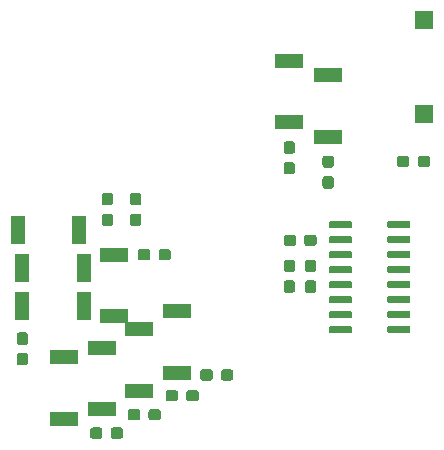
<source format=gbp>
G04 #@! TF.GenerationSoftware,KiCad,Pcbnew,(5.1.2)-1*
G04 #@! TF.CreationDate,2019-07-09T23:17:51-04:00*
G04 #@! TF.ProjectId,SPIvSPI_SAO_White,53504976-5350-4495-9f53-414f5f576869,0*
G04 #@! TF.SameCoordinates,PX90f5600PY584f6c0*
G04 #@! TF.FileFunction,Paste,Bot*
G04 #@! TF.FilePolarity,Positive*
%FSLAX46Y46*%
G04 Gerber Fmt 4.6, Leading zero omitted, Abs format (unit mm)*
G04 Created by KiCad (PCBNEW (5.1.2)-1) date 2019-07-09 23:17:51*
%MOMM*%
%LPD*%
G04 APERTURE LIST*
%ADD10R,1.200000X2.400000*%
%ADD11R,2.400000X1.200000*%
%ADD12C,0.100000*%
%ADD13C,0.950000*%
%ADD14C,0.600000*%
%ADD15R,1.600000X1.600000*%
G04 APERTURE END LIST*
D10*
X-14984000Y4230000D03*
X-20184000Y4230000D03*
X-14584000Y1030000D03*
X-19784000Y1030000D03*
X-14584000Y-2170000D03*
X-19784000Y-2170000D03*
D11*
X-6684000Y-2670000D03*
X-6684000Y-7870000D03*
X-12034000Y-3070000D03*
X-12034000Y2130000D03*
X-9884000Y-4170000D03*
X-9884000Y-9370000D03*
X-13084000Y-5770000D03*
X-13084000Y-10970000D03*
X-16284000Y-6570000D03*
X-16284000Y-11770000D03*
X6116000Y17330000D03*
X6116000Y12130000D03*
X2816000Y18530000D03*
X2816000Y13330000D03*
D12*
G36*
X-9923221Y5603856D02*
G01*
X-9900166Y5600437D01*
X-9877557Y5594773D01*
X-9855613Y5586921D01*
X-9834543Y5576956D01*
X-9814552Y5564974D01*
X-9795832Y5551090D01*
X-9778562Y5535438D01*
X-9762910Y5518168D01*
X-9749026Y5499448D01*
X-9737044Y5479457D01*
X-9727079Y5458387D01*
X-9719227Y5436443D01*
X-9713563Y5413834D01*
X-9710144Y5390779D01*
X-9709000Y5367500D01*
X-9709000Y4792500D01*
X-9710144Y4769221D01*
X-9713563Y4746166D01*
X-9719227Y4723557D01*
X-9727079Y4701613D01*
X-9737044Y4680543D01*
X-9749026Y4660552D01*
X-9762910Y4641832D01*
X-9778562Y4624562D01*
X-9795832Y4608910D01*
X-9814552Y4595026D01*
X-9834543Y4583044D01*
X-9855613Y4573079D01*
X-9877557Y4565227D01*
X-9900166Y4559563D01*
X-9923221Y4556144D01*
X-9946500Y4555000D01*
X-10421500Y4555000D01*
X-10444779Y4556144D01*
X-10467834Y4559563D01*
X-10490443Y4565227D01*
X-10512387Y4573079D01*
X-10533457Y4583044D01*
X-10553448Y4595026D01*
X-10572168Y4608910D01*
X-10589438Y4624562D01*
X-10605090Y4641832D01*
X-10618974Y4660552D01*
X-10630956Y4680543D01*
X-10640921Y4701613D01*
X-10648773Y4723557D01*
X-10654437Y4746166D01*
X-10657856Y4769221D01*
X-10659000Y4792500D01*
X-10659000Y5367500D01*
X-10657856Y5390779D01*
X-10654437Y5413834D01*
X-10648773Y5436443D01*
X-10640921Y5458387D01*
X-10630956Y5479457D01*
X-10618974Y5499448D01*
X-10605090Y5518168D01*
X-10589438Y5535438D01*
X-10572168Y5551090D01*
X-10553448Y5564974D01*
X-10533457Y5576956D01*
X-10512387Y5586921D01*
X-10490443Y5594773D01*
X-10467834Y5600437D01*
X-10444779Y5603856D01*
X-10421500Y5605000D01*
X-9946500Y5605000D01*
X-9923221Y5603856D01*
X-9923221Y5603856D01*
G37*
D13*
X-10184000Y5080000D03*
D12*
G36*
X-9923221Y7353856D02*
G01*
X-9900166Y7350437D01*
X-9877557Y7344773D01*
X-9855613Y7336921D01*
X-9834543Y7326956D01*
X-9814552Y7314974D01*
X-9795832Y7301090D01*
X-9778562Y7285438D01*
X-9762910Y7268168D01*
X-9749026Y7249448D01*
X-9737044Y7229457D01*
X-9727079Y7208387D01*
X-9719227Y7186443D01*
X-9713563Y7163834D01*
X-9710144Y7140779D01*
X-9709000Y7117500D01*
X-9709000Y6542500D01*
X-9710144Y6519221D01*
X-9713563Y6496166D01*
X-9719227Y6473557D01*
X-9727079Y6451613D01*
X-9737044Y6430543D01*
X-9749026Y6410552D01*
X-9762910Y6391832D01*
X-9778562Y6374562D01*
X-9795832Y6358910D01*
X-9814552Y6345026D01*
X-9834543Y6333044D01*
X-9855613Y6323079D01*
X-9877557Y6315227D01*
X-9900166Y6309563D01*
X-9923221Y6306144D01*
X-9946500Y6305000D01*
X-10421500Y6305000D01*
X-10444779Y6306144D01*
X-10467834Y6309563D01*
X-10490443Y6315227D01*
X-10512387Y6323079D01*
X-10533457Y6333044D01*
X-10553448Y6345026D01*
X-10572168Y6358910D01*
X-10589438Y6374562D01*
X-10605090Y6391832D01*
X-10618974Y6410552D01*
X-10630956Y6430543D01*
X-10640921Y6451613D01*
X-10648773Y6473557D01*
X-10654437Y6496166D01*
X-10657856Y6519221D01*
X-10659000Y6542500D01*
X-10659000Y7117500D01*
X-10657856Y7140779D01*
X-10654437Y7163834D01*
X-10648773Y7186443D01*
X-10640921Y7208387D01*
X-10630956Y7229457D01*
X-10618974Y7249448D01*
X-10605090Y7268168D01*
X-10589438Y7285438D01*
X-10572168Y7301090D01*
X-10553448Y7314974D01*
X-10533457Y7326956D01*
X-10512387Y7336921D01*
X-10490443Y7344773D01*
X-10467834Y7350437D01*
X-10444779Y7353856D01*
X-10421500Y7355000D01*
X-9946500Y7355000D01*
X-9923221Y7353856D01*
X-9923221Y7353856D01*
G37*
D13*
X-10184000Y6830000D03*
D12*
G36*
X12930703Y-3915722D02*
G01*
X12945264Y-3917882D01*
X12959543Y-3921459D01*
X12973403Y-3926418D01*
X12986710Y-3932712D01*
X12999336Y-3940280D01*
X13011159Y-3949048D01*
X13022066Y-3958934D01*
X13031952Y-3969841D01*
X13040720Y-3981664D01*
X13048288Y-3994290D01*
X13054582Y-4007597D01*
X13059541Y-4021457D01*
X13063118Y-4035736D01*
X13065278Y-4050297D01*
X13066000Y-4065000D01*
X13066000Y-4365000D01*
X13065278Y-4379703D01*
X13063118Y-4394264D01*
X13059541Y-4408543D01*
X13054582Y-4422403D01*
X13048288Y-4435710D01*
X13040720Y-4448336D01*
X13031952Y-4460159D01*
X13022066Y-4471066D01*
X13011159Y-4480952D01*
X12999336Y-4489720D01*
X12986710Y-4497288D01*
X12973403Y-4503582D01*
X12959543Y-4508541D01*
X12945264Y-4512118D01*
X12930703Y-4514278D01*
X12916000Y-4515000D01*
X11266000Y-4515000D01*
X11251297Y-4514278D01*
X11236736Y-4512118D01*
X11222457Y-4508541D01*
X11208597Y-4503582D01*
X11195290Y-4497288D01*
X11182664Y-4489720D01*
X11170841Y-4480952D01*
X11159934Y-4471066D01*
X11150048Y-4460159D01*
X11141280Y-4448336D01*
X11133712Y-4435710D01*
X11127418Y-4422403D01*
X11122459Y-4408543D01*
X11118882Y-4394264D01*
X11116722Y-4379703D01*
X11116000Y-4365000D01*
X11116000Y-4065000D01*
X11116722Y-4050297D01*
X11118882Y-4035736D01*
X11122459Y-4021457D01*
X11127418Y-4007597D01*
X11133712Y-3994290D01*
X11141280Y-3981664D01*
X11150048Y-3969841D01*
X11159934Y-3958934D01*
X11170841Y-3949048D01*
X11182664Y-3940280D01*
X11195290Y-3932712D01*
X11208597Y-3926418D01*
X11222457Y-3921459D01*
X11236736Y-3917882D01*
X11251297Y-3915722D01*
X11266000Y-3915000D01*
X12916000Y-3915000D01*
X12930703Y-3915722D01*
X12930703Y-3915722D01*
G37*
D14*
X12091000Y-4215000D03*
D12*
G36*
X12930703Y-2645722D02*
G01*
X12945264Y-2647882D01*
X12959543Y-2651459D01*
X12973403Y-2656418D01*
X12986710Y-2662712D01*
X12999336Y-2670280D01*
X13011159Y-2679048D01*
X13022066Y-2688934D01*
X13031952Y-2699841D01*
X13040720Y-2711664D01*
X13048288Y-2724290D01*
X13054582Y-2737597D01*
X13059541Y-2751457D01*
X13063118Y-2765736D01*
X13065278Y-2780297D01*
X13066000Y-2795000D01*
X13066000Y-3095000D01*
X13065278Y-3109703D01*
X13063118Y-3124264D01*
X13059541Y-3138543D01*
X13054582Y-3152403D01*
X13048288Y-3165710D01*
X13040720Y-3178336D01*
X13031952Y-3190159D01*
X13022066Y-3201066D01*
X13011159Y-3210952D01*
X12999336Y-3219720D01*
X12986710Y-3227288D01*
X12973403Y-3233582D01*
X12959543Y-3238541D01*
X12945264Y-3242118D01*
X12930703Y-3244278D01*
X12916000Y-3245000D01*
X11266000Y-3245000D01*
X11251297Y-3244278D01*
X11236736Y-3242118D01*
X11222457Y-3238541D01*
X11208597Y-3233582D01*
X11195290Y-3227288D01*
X11182664Y-3219720D01*
X11170841Y-3210952D01*
X11159934Y-3201066D01*
X11150048Y-3190159D01*
X11141280Y-3178336D01*
X11133712Y-3165710D01*
X11127418Y-3152403D01*
X11122459Y-3138543D01*
X11118882Y-3124264D01*
X11116722Y-3109703D01*
X11116000Y-3095000D01*
X11116000Y-2795000D01*
X11116722Y-2780297D01*
X11118882Y-2765736D01*
X11122459Y-2751457D01*
X11127418Y-2737597D01*
X11133712Y-2724290D01*
X11141280Y-2711664D01*
X11150048Y-2699841D01*
X11159934Y-2688934D01*
X11170841Y-2679048D01*
X11182664Y-2670280D01*
X11195290Y-2662712D01*
X11208597Y-2656418D01*
X11222457Y-2651459D01*
X11236736Y-2647882D01*
X11251297Y-2645722D01*
X11266000Y-2645000D01*
X12916000Y-2645000D01*
X12930703Y-2645722D01*
X12930703Y-2645722D01*
G37*
D14*
X12091000Y-2945000D03*
D12*
G36*
X12930703Y-1375722D02*
G01*
X12945264Y-1377882D01*
X12959543Y-1381459D01*
X12973403Y-1386418D01*
X12986710Y-1392712D01*
X12999336Y-1400280D01*
X13011159Y-1409048D01*
X13022066Y-1418934D01*
X13031952Y-1429841D01*
X13040720Y-1441664D01*
X13048288Y-1454290D01*
X13054582Y-1467597D01*
X13059541Y-1481457D01*
X13063118Y-1495736D01*
X13065278Y-1510297D01*
X13066000Y-1525000D01*
X13066000Y-1825000D01*
X13065278Y-1839703D01*
X13063118Y-1854264D01*
X13059541Y-1868543D01*
X13054582Y-1882403D01*
X13048288Y-1895710D01*
X13040720Y-1908336D01*
X13031952Y-1920159D01*
X13022066Y-1931066D01*
X13011159Y-1940952D01*
X12999336Y-1949720D01*
X12986710Y-1957288D01*
X12973403Y-1963582D01*
X12959543Y-1968541D01*
X12945264Y-1972118D01*
X12930703Y-1974278D01*
X12916000Y-1975000D01*
X11266000Y-1975000D01*
X11251297Y-1974278D01*
X11236736Y-1972118D01*
X11222457Y-1968541D01*
X11208597Y-1963582D01*
X11195290Y-1957288D01*
X11182664Y-1949720D01*
X11170841Y-1940952D01*
X11159934Y-1931066D01*
X11150048Y-1920159D01*
X11141280Y-1908336D01*
X11133712Y-1895710D01*
X11127418Y-1882403D01*
X11122459Y-1868543D01*
X11118882Y-1854264D01*
X11116722Y-1839703D01*
X11116000Y-1825000D01*
X11116000Y-1525000D01*
X11116722Y-1510297D01*
X11118882Y-1495736D01*
X11122459Y-1481457D01*
X11127418Y-1467597D01*
X11133712Y-1454290D01*
X11141280Y-1441664D01*
X11150048Y-1429841D01*
X11159934Y-1418934D01*
X11170841Y-1409048D01*
X11182664Y-1400280D01*
X11195290Y-1392712D01*
X11208597Y-1386418D01*
X11222457Y-1381459D01*
X11236736Y-1377882D01*
X11251297Y-1375722D01*
X11266000Y-1375000D01*
X12916000Y-1375000D01*
X12930703Y-1375722D01*
X12930703Y-1375722D01*
G37*
D14*
X12091000Y-1675000D03*
D12*
G36*
X12930703Y-105722D02*
G01*
X12945264Y-107882D01*
X12959543Y-111459D01*
X12973403Y-116418D01*
X12986710Y-122712D01*
X12999336Y-130280D01*
X13011159Y-139048D01*
X13022066Y-148934D01*
X13031952Y-159841D01*
X13040720Y-171664D01*
X13048288Y-184290D01*
X13054582Y-197597D01*
X13059541Y-211457D01*
X13063118Y-225736D01*
X13065278Y-240297D01*
X13066000Y-255000D01*
X13066000Y-555000D01*
X13065278Y-569703D01*
X13063118Y-584264D01*
X13059541Y-598543D01*
X13054582Y-612403D01*
X13048288Y-625710D01*
X13040720Y-638336D01*
X13031952Y-650159D01*
X13022066Y-661066D01*
X13011159Y-670952D01*
X12999336Y-679720D01*
X12986710Y-687288D01*
X12973403Y-693582D01*
X12959543Y-698541D01*
X12945264Y-702118D01*
X12930703Y-704278D01*
X12916000Y-705000D01*
X11266000Y-705000D01*
X11251297Y-704278D01*
X11236736Y-702118D01*
X11222457Y-698541D01*
X11208597Y-693582D01*
X11195290Y-687288D01*
X11182664Y-679720D01*
X11170841Y-670952D01*
X11159934Y-661066D01*
X11150048Y-650159D01*
X11141280Y-638336D01*
X11133712Y-625710D01*
X11127418Y-612403D01*
X11122459Y-598543D01*
X11118882Y-584264D01*
X11116722Y-569703D01*
X11116000Y-555000D01*
X11116000Y-255000D01*
X11116722Y-240297D01*
X11118882Y-225736D01*
X11122459Y-211457D01*
X11127418Y-197597D01*
X11133712Y-184290D01*
X11141280Y-171664D01*
X11150048Y-159841D01*
X11159934Y-148934D01*
X11170841Y-139048D01*
X11182664Y-130280D01*
X11195290Y-122712D01*
X11208597Y-116418D01*
X11222457Y-111459D01*
X11236736Y-107882D01*
X11251297Y-105722D01*
X11266000Y-105000D01*
X12916000Y-105000D01*
X12930703Y-105722D01*
X12930703Y-105722D01*
G37*
D14*
X12091000Y-405000D03*
D12*
G36*
X12930703Y1164278D02*
G01*
X12945264Y1162118D01*
X12959543Y1158541D01*
X12973403Y1153582D01*
X12986710Y1147288D01*
X12999336Y1139720D01*
X13011159Y1130952D01*
X13022066Y1121066D01*
X13031952Y1110159D01*
X13040720Y1098336D01*
X13048288Y1085710D01*
X13054582Y1072403D01*
X13059541Y1058543D01*
X13063118Y1044264D01*
X13065278Y1029703D01*
X13066000Y1015000D01*
X13066000Y715000D01*
X13065278Y700297D01*
X13063118Y685736D01*
X13059541Y671457D01*
X13054582Y657597D01*
X13048288Y644290D01*
X13040720Y631664D01*
X13031952Y619841D01*
X13022066Y608934D01*
X13011159Y599048D01*
X12999336Y590280D01*
X12986710Y582712D01*
X12973403Y576418D01*
X12959543Y571459D01*
X12945264Y567882D01*
X12930703Y565722D01*
X12916000Y565000D01*
X11266000Y565000D01*
X11251297Y565722D01*
X11236736Y567882D01*
X11222457Y571459D01*
X11208597Y576418D01*
X11195290Y582712D01*
X11182664Y590280D01*
X11170841Y599048D01*
X11159934Y608934D01*
X11150048Y619841D01*
X11141280Y631664D01*
X11133712Y644290D01*
X11127418Y657597D01*
X11122459Y671457D01*
X11118882Y685736D01*
X11116722Y700297D01*
X11116000Y715000D01*
X11116000Y1015000D01*
X11116722Y1029703D01*
X11118882Y1044264D01*
X11122459Y1058543D01*
X11127418Y1072403D01*
X11133712Y1085710D01*
X11141280Y1098336D01*
X11150048Y1110159D01*
X11159934Y1121066D01*
X11170841Y1130952D01*
X11182664Y1139720D01*
X11195290Y1147288D01*
X11208597Y1153582D01*
X11222457Y1158541D01*
X11236736Y1162118D01*
X11251297Y1164278D01*
X11266000Y1165000D01*
X12916000Y1165000D01*
X12930703Y1164278D01*
X12930703Y1164278D01*
G37*
D14*
X12091000Y865000D03*
D12*
G36*
X12930703Y2434278D02*
G01*
X12945264Y2432118D01*
X12959543Y2428541D01*
X12973403Y2423582D01*
X12986710Y2417288D01*
X12999336Y2409720D01*
X13011159Y2400952D01*
X13022066Y2391066D01*
X13031952Y2380159D01*
X13040720Y2368336D01*
X13048288Y2355710D01*
X13054582Y2342403D01*
X13059541Y2328543D01*
X13063118Y2314264D01*
X13065278Y2299703D01*
X13066000Y2285000D01*
X13066000Y1985000D01*
X13065278Y1970297D01*
X13063118Y1955736D01*
X13059541Y1941457D01*
X13054582Y1927597D01*
X13048288Y1914290D01*
X13040720Y1901664D01*
X13031952Y1889841D01*
X13022066Y1878934D01*
X13011159Y1869048D01*
X12999336Y1860280D01*
X12986710Y1852712D01*
X12973403Y1846418D01*
X12959543Y1841459D01*
X12945264Y1837882D01*
X12930703Y1835722D01*
X12916000Y1835000D01*
X11266000Y1835000D01*
X11251297Y1835722D01*
X11236736Y1837882D01*
X11222457Y1841459D01*
X11208597Y1846418D01*
X11195290Y1852712D01*
X11182664Y1860280D01*
X11170841Y1869048D01*
X11159934Y1878934D01*
X11150048Y1889841D01*
X11141280Y1901664D01*
X11133712Y1914290D01*
X11127418Y1927597D01*
X11122459Y1941457D01*
X11118882Y1955736D01*
X11116722Y1970297D01*
X11116000Y1985000D01*
X11116000Y2285000D01*
X11116722Y2299703D01*
X11118882Y2314264D01*
X11122459Y2328543D01*
X11127418Y2342403D01*
X11133712Y2355710D01*
X11141280Y2368336D01*
X11150048Y2380159D01*
X11159934Y2391066D01*
X11170841Y2400952D01*
X11182664Y2409720D01*
X11195290Y2417288D01*
X11208597Y2423582D01*
X11222457Y2428541D01*
X11236736Y2432118D01*
X11251297Y2434278D01*
X11266000Y2435000D01*
X12916000Y2435000D01*
X12930703Y2434278D01*
X12930703Y2434278D01*
G37*
D14*
X12091000Y2135000D03*
D12*
G36*
X12930703Y3704278D02*
G01*
X12945264Y3702118D01*
X12959543Y3698541D01*
X12973403Y3693582D01*
X12986710Y3687288D01*
X12999336Y3679720D01*
X13011159Y3670952D01*
X13022066Y3661066D01*
X13031952Y3650159D01*
X13040720Y3638336D01*
X13048288Y3625710D01*
X13054582Y3612403D01*
X13059541Y3598543D01*
X13063118Y3584264D01*
X13065278Y3569703D01*
X13066000Y3555000D01*
X13066000Y3255000D01*
X13065278Y3240297D01*
X13063118Y3225736D01*
X13059541Y3211457D01*
X13054582Y3197597D01*
X13048288Y3184290D01*
X13040720Y3171664D01*
X13031952Y3159841D01*
X13022066Y3148934D01*
X13011159Y3139048D01*
X12999336Y3130280D01*
X12986710Y3122712D01*
X12973403Y3116418D01*
X12959543Y3111459D01*
X12945264Y3107882D01*
X12930703Y3105722D01*
X12916000Y3105000D01*
X11266000Y3105000D01*
X11251297Y3105722D01*
X11236736Y3107882D01*
X11222457Y3111459D01*
X11208597Y3116418D01*
X11195290Y3122712D01*
X11182664Y3130280D01*
X11170841Y3139048D01*
X11159934Y3148934D01*
X11150048Y3159841D01*
X11141280Y3171664D01*
X11133712Y3184290D01*
X11127418Y3197597D01*
X11122459Y3211457D01*
X11118882Y3225736D01*
X11116722Y3240297D01*
X11116000Y3255000D01*
X11116000Y3555000D01*
X11116722Y3569703D01*
X11118882Y3584264D01*
X11122459Y3598543D01*
X11127418Y3612403D01*
X11133712Y3625710D01*
X11141280Y3638336D01*
X11150048Y3650159D01*
X11159934Y3661066D01*
X11170841Y3670952D01*
X11182664Y3679720D01*
X11195290Y3687288D01*
X11208597Y3693582D01*
X11222457Y3698541D01*
X11236736Y3702118D01*
X11251297Y3704278D01*
X11266000Y3705000D01*
X12916000Y3705000D01*
X12930703Y3704278D01*
X12930703Y3704278D01*
G37*
D14*
X12091000Y3405000D03*
D12*
G36*
X12930703Y4974278D02*
G01*
X12945264Y4972118D01*
X12959543Y4968541D01*
X12973403Y4963582D01*
X12986710Y4957288D01*
X12999336Y4949720D01*
X13011159Y4940952D01*
X13022066Y4931066D01*
X13031952Y4920159D01*
X13040720Y4908336D01*
X13048288Y4895710D01*
X13054582Y4882403D01*
X13059541Y4868543D01*
X13063118Y4854264D01*
X13065278Y4839703D01*
X13066000Y4825000D01*
X13066000Y4525000D01*
X13065278Y4510297D01*
X13063118Y4495736D01*
X13059541Y4481457D01*
X13054582Y4467597D01*
X13048288Y4454290D01*
X13040720Y4441664D01*
X13031952Y4429841D01*
X13022066Y4418934D01*
X13011159Y4409048D01*
X12999336Y4400280D01*
X12986710Y4392712D01*
X12973403Y4386418D01*
X12959543Y4381459D01*
X12945264Y4377882D01*
X12930703Y4375722D01*
X12916000Y4375000D01*
X11266000Y4375000D01*
X11251297Y4375722D01*
X11236736Y4377882D01*
X11222457Y4381459D01*
X11208597Y4386418D01*
X11195290Y4392712D01*
X11182664Y4400280D01*
X11170841Y4409048D01*
X11159934Y4418934D01*
X11150048Y4429841D01*
X11141280Y4441664D01*
X11133712Y4454290D01*
X11127418Y4467597D01*
X11122459Y4481457D01*
X11118882Y4495736D01*
X11116722Y4510297D01*
X11116000Y4525000D01*
X11116000Y4825000D01*
X11116722Y4839703D01*
X11118882Y4854264D01*
X11122459Y4868543D01*
X11127418Y4882403D01*
X11133712Y4895710D01*
X11141280Y4908336D01*
X11150048Y4920159D01*
X11159934Y4931066D01*
X11170841Y4940952D01*
X11182664Y4949720D01*
X11195290Y4957288D01*
X11208597Y4963582D01*
X11222457Y4968541D01*
X11236736Y4972118D01*
X11251297Y4974278D01*
X11266000Y4975000D01*
X12916000Y4975000D01*
X12930703Y4974278D01*
X12930703Y4974278D01*
G37*
D14*
X12091000Y4675000D03*
D12*
G36*
X7980703Y4974278D02*
G01*
X7995264Y4972118D01*
X8009543Y4968541D01*
X8023403Y4963582D01*
X8036710Y4957288D01*
X8049336Y4949720D01*
X8061159Y4940952D01*
X8072066Y4931066D01*
X8081952Y4920159D01*
X8090720Y4908336D01*
X8098288Y4895710D01*
X8104582Y4882403D01*
X8109541Y4868543D01*
X8113118Y4854264D01*
X8115278Y4839703D01*
X8116000Y4825000D01*
X8116000Y4525000D01*
X8115278Y4510297D01*
X8113118Y4495736D01*
X8109541Y4481457D01*
X8104582Y4467597D01*
X8098288Y4454290D01*
X8090720Y4441664D01*
X8081952Y4429841D01*
X8072066Y4418934D01*
X8061159Y4409048D01*
X8049336Y4400280D01*
X8036710Y4392712D01*
X8023403Y4386418D01*
X8009543Y4381459D01*
X7995264Y4377882D01*
X7980703Y4375722D01*
X7966000Y4375000D01*
X6316000Y4375000D01*
X6301297Y4375722D01*
X6286736Y4377882D01*
X6272457Y4381459D01*
X6258597Y4386418D01*
X6245290Y4392712D01*
X6232664Y4400280D01*
X6220841Y4409048D01*
X6209934Y4418934D01*
X6200048Y4429841D01*
X6191280Y4441664D01*
X6183712Y4454290D01*
X6177418Y4467597D01*
X6172459Y4481457D01*
X6168882Y4495736D01*
X6166722Y4510297D01*
X6166000Y4525000D01*
X6166000Y4825000D01*
X6166722Y4839703D01*
X6168882Y4854264D01*
X6172459Y4868543D01*
X6177418Y4882403D01*
X6183712Y4895710D01*
X6191280Y4908336D01*
X6200048Y4920159D01*
X6209934Y4931066D01*
X6220841Y4940952D01*
X6232664Y4949720D01*
X6245290Y4957288D01*
X6258597Y4963582D01*
X6272457Y4968541D01*
X6286736Y4972118D01*
X6301297Y4974278D01*
X6316000Y4975000D01*
X7966000Y4975000D01*
X7980703Y4974278D01*
X7980703Y4974278D01*
G37*
D14*
X7141000Y4675000D03*
D12*
G36*
X7980703Y3704278D02*
G01*
X7995264Y3702118D01*
X8009543Y3698541D01*
X8023403Y3693582D01*
X8036710Y3687288D01*
X8049336Y3679720D01*
X8061159Y3670952D01*
X8072066Y3661066D01*
X8081952Y3650159D01*
X8090720Y3638336D01*
X8098288Y3625710D01*
X8104582Y3612403D01*
X8109541Y3598543D01*
X8113118Y3584264D01*
X8115278Y3569703D01*
X8116000Y3555000D01*
X8116000Y3255000D01*
X8115278Y3240297D01*
X8113118Y3225736D01*
X8109541Y3211457D01*
X8104582Y3197597D01*
X8098288Y3184290D01*
X8090720Y3171664D01*
X8081952Y3159841D01*
X8072066Y3148934D01*
X8061159Y3139048D01*
X8049336Y3130280D01*
X8036710Y3122712D01*
X8023403Y3116418D01*
X8009543Y3111459D01*
X7995264Y3107882D01*
X7980703Y3105722D01*
X7966000Y3105000D01*
X6316000Y3105000D01*
X6301297Y3105722D01*
X6286736Y3107882D01*
X6272457Y3111459D01*
X6258597Y3116418D01*
X6245290Y3122712D01*
X6232664Y3130280D01*
X6220841Y3139048D01*
X6209934Y3148934D01*
X6200048Y3159841D01*
X6191280Y3171664D01*
X6183712Y3184290D01*
X6177418Y3197597D01*
X6172459Y3211457D01*
X6168882Y3225736D01*
X6166722Y3240297D01*
X6166000Y3255000D01*
X6166000Y3555000D01*
X6166722Y3569703D01*
X6168882Y3584264D01*
X6172459Y3598543D01*
X6177418Y3612403D01*
X6183712Y3625710D01*
X6191280Y3638336D01*
X6200048Y3650159D01*
X6209934Y3661066D01*
X6220841Y3670952D01*
X6232664Y3679720D01*
X6245290Y3687288D01*
X6258597Y3693582D01*
X6272457Y3698541D01*
X6286736Y3702118D01*
X6301297Y3704278D01*
X6316000Y3705000D01*
X7966000Y3705000D01*
X7980703Y3704278D01*
X7980703Y3704278D01*
G37*
D14*
X7141000Y3405000D03*
D12*
G36*
X7980703Y2434278D02*
G01*
X7995264Y2432118D01*
X8009543Y2428541D01*
X8023403Y2423582D01*
X8036710Y2417288D01*
X8049336Y2409720D01*
X8061159Y2400952D01*
X8072066Y2391066D01*
X8081952Y2380159D01*
X8090720Y2368336D01*
X8098288Y2355710D01*
X8104582Y2342403D01*
X8109541Y2328543D01*
X8113118Y2314264D01*
X8115278Y2299703D01*
X8116000Y2285000D01*
X8116000Y1985000D01*
X8115278Y1970297D01*
X8113118Y1955736D01*
X8109541Y1941457D01*
X8104582Y1927597D01*
X8098288Y1914290D01*
X8090720Y1901664D01*
X8081952Y1889841D01*
X8072066Y1878934D01*
X8061159Y1869048D01*
X8049336Y1860280D01*
X8036710Y1852712D01*
X8023403Y1846418D01*
X8009543Y1841459D01*
X7995264Y1837882D01*
X7980703Y1835722D01*
X7966000Y1835000D01*
X6316000Y1835000D01*
X6301297Y1835722D01*
X6286736Y1837882D01*
X6272457Y1841459D01*
X6258597Y1846418D01*
X6245290Y1852712D01*
X6232664Y1860280D01*
X6220841Y1869048D01*
X6209934Y1878934D01*
X6200048Y1889841D01*
X6191280Y1901664D01*
X6183712Y1914290D01*
X6177418Y1927597D01*
X6172459Y1941457D01*
X6168882Y1955736D01*
X6166722Y1970297D01*
X6166000Y1985000D01*
X6166000Y2285000D01*
X6166722Y2299703D01*
X6168882Y2314264D01*
X6172459Y2328543D01*
X6177418Y2342403D01*
X6183712Y2355710D01*
X6191280Y2368336D01*
X6200048Y2380159D01*
X6209934Y2391066D01*
X6220841Y2400952D01*
X6232664Y2409720D01*
X6245290Y2417288D01*
X6258597Y2423582D01*
X6272457Y2428541D01*
X6286736Y2432118D01*
X6301297Y2434278D01*
X6316000Y2435000D01*
X7966000Y2435000D01*
X7980703Y2434278D01*
X7980703Y2434278D01*
G37*
D14*
X7141000Y2135000D03*
D12*
G36*
X7980703Y1164278D02*
G01*
X7995264Y1162118D01*
X8009543Y1158541D01*
X8023403Y1153582D01*
X8036710Y1147288D01*
X8049336Y1139720D01*
X8061159Y1130952D01*
X8072066Y1121066D01*
X8081952Y1110159D01*
X8090720Y1098336D01*
X8098288Y1085710D01*
X8104582Y1072403D01*
X8109541Y1058543D01*
X8113118Y1044264D01*
X8115278Y1029703D01*
X8116000Y1015000D01*
X8116000Y715000D01*
X8115278Y700297D01*
X8113118Y685736D01*
X8109541Y671457D01*
X8104582Y657597D01*
X8098288Y644290D01*
X8090720Y631664D01*
X8081952Y619841D01*
X8072066Y608934D01*
X8061159Y599048D01*
X8049336Y590280D01*
X8036710Y582712D01*
X8023403Y576418D01*
X8009543Y571459D01*
X7995264Y567882D01*
X7980703Y565722D01*
X7966000Y565000D01*
X6316000Y565000D01*
X6301297Y565722D01*
X6286736Y567882D01*
X6272457Y571459D01*
X6258597Y576418D01*
X6245290Y582712D01*
X6232664Y590280D01*
X6220841Y599048D01*
X6209934Y608934D01*
X6200048Y619841D01*
X6191280Y631664D01*
X6183712Y644290D01*
X6177418Y657597D01*
X6172459Y671457D01*
X6168882Y685736D01*
X6166722Y700297D01*
X6166000Y715000D01*
X6166000Y1015000D01*
X6166722Y1029703D01*
X6168882Y1044264D01*
X6172459Y1058543D01*
X6177418Y1072403D01*
X6183712Y1085710D01*
X6191280Y1098336D01*
X6200048Y1110159D01*
X6209934Y1121066D01*
X6220841Y1130952D01*
X6232664Y1139720D01*
X6245290Y1147288D01*
X6258597Y1153582D01*
X6272457Y1158541D01*
X6286736Y1162118D01*
X6301297Y1164278D01*
X6316000Y1165000D01*
X7966000Y1165000D01*
X7980703Y1164278D01*
X7980703Y1164278D01*
G37*
D14*
X7141000Y865000D03*
D12*
G36*
X7980703Y-105722D02*
G01*
X7995264Y-107882D01*
X8009543Y-111459D01*
X8023403Y-116418D01*
X8036710Y-122712D01*
X8049336Y-130280D01*
X8061159Y-139048D01*
X8072066Y-148934D01*
X8081952Y-159841D01*
X8090720Y-171664D01*
X8098288Y-184290D01*
X8104582Y-197597D01*
X8109541Y-211457D01*
X8113118Y-225736D01*
X8115278Y-240297D01*
X8116000Y-255000D01*
X8116000Y-555000D01*
X8115278Y-569703D01*
X8113118Y-584264D01*
X8109541Y-598543D01*
X8104582Y-612403D01*
X8098288Y-625710D01*
X8090720Y-638336D01*
X8081952Y-650159D01*
X8072066Y-661066D01*
X8061159Y-670952D01*
X8049336Y-679720D01*
X8036710Y-687288D01*
X8023403Y-693582D01*
X8009543Y-698541D01*
X7995264Y-702118D01*
X7980703Y-704278D01*
X7966000Y-705000D01*
X6316000Y-705000D01*
X6301297Y-704278D01*
X6286736Y-702118D01*
X6272457Y-698541D01*
X6258597Y-693582D01*
X6245290Y-687288D01*
X6232664Y-679720D01*
X6220841Y-670952D01*
X6209934Y-661066D01*
X6200048Y-650159D01*
X6191280Y-638336D01*
X6183712Y-625710D01*
X6177418Y-612403D01*
X6172459Y-598543D01*
X6168882Y-584264D01*
X6166722Y-569703D01*
X6166000Y-555000D01*
X6166000Y-255000D01*
X6166722Y-240297D01*
X6168882Y-225736D01*
X6172459Y-211457D01*
X6177418Y-197597D01*
X6183712Y-184290D01*
X6191280Y-171664D01*
X6200048Y-159841D01*
X6209934Y-148934D01*
X6220841Y-139048D01*
X6232664Y-130280D01*
X6245290Y-122712D01*
X6258597Y-116418D01*
X6272457Y-111459D01*
X6286736Y-107882D01*
X6301297Y-105722D01*
X6316000Y-105000D01*
X7966000Y-105000D01*
X7980703Y-105722D01*
X7980703Y-105722D01*
G37*
D14*
X7141000Y-405000D03*
D12*
G36*
X7980703Y-1375722D02*
G01*
X7995264Y-1377882D01*
X8009543Y-1381459D01*
X8023403Y-1386418D01*
X8036710Y-1392712D01*
X8049336Y-1400280D01*
X8061159Y-1409048D01*
X8072066Y-1418934D01*
X8081952Y-1429841D01*
X8090720Y-1441664D01*
X8098288Y-1454290D01*
X8104582Y-1467597D01*
X8109541Y-1481457D01*
X8113118Y-1495736D01*
X8115278Y-1510297D01*
X8116000Y-1525000D01*
X8116000Y-1825000D01*
X8115278Y-1839703D01*
X8113118Y-1854264D01*
X8109541Y-1868543D01*
X8104582Y-1882403D01*
X8098288Y-1895710D01*
X8090720Y-1908336D01*
X8081952Y-1920159D01*
X8072066Y-1931066D01*
X8061159Y-1940952D01*
X8049336Y-1949720D01*
X8036710Y-1957288D01*
X8023403Y-1963582D01*
X8009543Y-1968541D01*
X7995264Y-1972118D01*
X7980703Y-1974278D01*
X7966000Y-1975000D01*
X6316000Y-1975000D01*
X6301297Y-1974278D01*
X6286736Y-1972118D01*
X6272457Y-1968541D01*
X6258597Y-1963582D01*
X6245290Y-1957288D01*
X6232664Y-1949720D01*
X6220841Y-1940952D01*
X6209934Y-1931066D01*
X6200048Y-1920159D01*
X6191280Y-1908336D01*
X6183712Y-1895710D01*
X6177418Y-1882403D01*
X6172459Y-1868543D01*
X6168882Y-1854264D01*
X6166722Y-1839703D01*
X6166000Y-1825000D01*
X6166000Y-1525000D01*
X6166722Y-1510297D01*
X6168882Y-1495736D01*
X6172459Y-1481457D01*
X6177418Y-1467597D01*
X6183712Y-1454290D01*
X6191280Y-1441664D01*
X6200048Y-1429841D01*
X6209934Y-1418934D01*
X6220841Y-1409048D01*
X6232664Y-1400280D01*
X6245290Y-1392712D01*
X6258597Y-1386418D01*
X6272457Y-1381459D01*
X6286736Y-1377882D01*
X6301297Y-1375722D01*
X6316000Y-1375000D01*
X7966000Y-1375000D01*
X7980703Y-1375722D01*
X7980703Y-1375722D01*
G37*
D14*
X7141000Y-1675000D03*
D12*
G36*
X7980703Y-2645722D02*
G01*
X7995264Y-2647882D01*
X8009543Y-2651459D01*
X8023403Y-2656418D01*
X8036710Y-2662712D01*
X8049336Y-2670280D01*
X8061159Y-2679048D01*
X8072066Y-2688934D01*
X8081952Y-2699841D01*
X8090720Y-2711664D01*
X8098288Y-2724290D01*
X8104582Y-2737597D01*
X8109541Y-2751457D01*
X8113118Y-2765736D01*
X8115278Y-2780297D01*
X8116000Y-2795000D01*
X8116000Y-3095000D01*
X8115278Y-3109703D01*
X8113118Y-3124264D01*
X8109541Y-3138543D01*
X8104582Y-3152403D01*
X8098288Y-3165710D01*
X8090720Y-3178336D01*
X8081952Y-3190159D01*
X8072066Y-3201066D01*
X8061159Y-3210952D01*
X8049336Y-3219720D01*
X8036710Y-3227288D01*
X8023403Y-3233582D01*
X8009543Y-3238541D01*
X7995264Y-3242118D01*
X7980703Y-3244278D01*
X7966000Y-3245000D01*
X6316000Y-3245000D01*
X6301297Y-3244278D01*
X6286736Y-3242118D01*
X6272457Y-3238541D01*
X6258597Y-3233582D01*
X6245290Y-3227288D01*
X6232664Y-3219720D01*
X6220841Y-3210952D01*
X6209934Y-3201066D01*
X6200048Y-3190159D01*
X6191280Y-3178336D01*
X6183712Y-3165710D01*
X6177418Y-3152403D01*
X6172459Y-3138543D01*
X6168882Y-3124264D01*
X6166722Y-3109703D01*
X6166000Y-3095000D01*
X6166000Y-2795000D01*
X6166722Y-2780297D01*
X6168882Y-2765736D01*
X6172459Y-2751457D01*
X6177418Y-2737597D01*
X6183712Y-2724290D01*
X6191280Y-2711664D01*
X6200048Y-2699841D01*
X6209934Y-2688934D01*
X6220841Y-2679048D01*
X6232664Y-2670280D01*
X6245290Y-2662712D01*
X6258597Y-2656418D01*
X6272457Y-2651459D01*
X6286736Y-2647882D01*
X6301297Y-2645722D01*
X6316000Y-2645000D01*
X7966000Y-2645000D01*
X7980703Y-2645722D01*
X7980703Y-2645722D01*
G37*
D14*
X7141000Y-2945000D03*
D12*
G36*
X7980703Y-3915722D02*
G01*
X7995264Y-3917882D01*
X8009543Y-3921459D01*
X8023403Y-3926418D01*
X8036710Y-3932712D01*
X8049336Y-3940280D01*
X8061159Y-3949048D01*
X8072066Y-3958934D01*
X8081952Y-3969841D01*
X8090720Y-3981664D01*
X8098288Y-3994290D01*
X8104582Y-4007597D01*
X8109541Y-4021457D01*
X8113118Y-4035736D01*
X8115278Y-4050297D01*
X8116000Y-4065000D01*
X8116000Y-4365000D01*
X8115278Y-4379703D01*
X8113118Y-4394264D01*
X8109541Y-4408543D01*
X8104582Y-4422403D01*
X8098288Y-4435710D01*
X8090720Y-4448336D01*
X8081952Y-4460159D01*
X8072066Y-4471066D01*
X8061159Y-4480952D01*
X8049336Y-4489720D01*
X8036710Y-4497288D01*
X8023403Y-4503582D01*
X8009543Y-4508541D01*
X7995264Y-4512118D01*
X7980703Y-4514278D01*
X7966000Y-4515000D01*
X6316000Y-4515000D01*
X6301297Y-4514278D01*
X6286736Y-4512118D01*
X6272457Y-4508541D01*
X6258597Y-4503582D01*
X6245290Y-4497288D01*
X6232664Y-4489720D01*
X6220841Y-4480952D01*
X6209934Y-4471066D01*
X6200048Y-4460159D01*
X6191280Y-4448336D01*
X6183712Y-4435710D01*
X6177418Y-4422403D01*
X6172459Y-4408543D01*
X6168882Y-4394264D01*
X6166722Y-4379703D01*
X6166000Y-4365000D01*
X6166000Y-4065000D01*
X6166722Y-4050297D01*
X6168882Y-4035736D01*
X6172459Y-4021457D01*
X6177418Y-4007597D01*
X6183712Y-3994290D01*
X6191280Y-3981664D01*
X6200048Y-3969841D01*
X6209934Y-3958934D01*
X6220841Y-3949048D01*
X6232664Y-3940280D01*
X6245290Y-3932712D01*
X6258597Y-3926418D01*
X6272457Y-3921459D01*
X6286736Y-3917882D01*
X6301297Y-3915722D01*
X6316000Y-3915000D01*
X7966000Y-3915000D01*
X7980703Y-3915722D01*
X7980703Y-3915722D01*
G37*
D14*
X7141000Y-4215000D03*
D15*
X14216000Y22030000D03*
X14216000Y14030000D03*
D12*
G36*
X14526779Y10503856D02*
G01*
X14549834Y10500437D01*
X14572443Y10494773D01*
X14594387Y10486921D01*
X14615457Y10476956D01*
X14635448Y10464974D01*
X14654168Y10451090D01*
X14671438Y10435438D01*
X14687090Y10418168D01*
X14700974Y10399448D01*
X14712956Y10379457D01*
X14722921Y10358387D01*
X14730773Y10336443D01*
X14736437Y10313834D01*
X14739856Y10290779D01*
X14741000Y10267500D01*
X14741000Y9792500D01*
X14739856Y9769221D01*
X14736437Y9746166D01*
X14730773Y9723557D01*
X14722921Y9701613D01*
X14712956Y9680543D01*
X14700974Y9660552D01*
X14687090Y9641832D01*
X14671438Y9624562D01*
X14654168Y9608910D01*
X14635448Y9595026D01*
X14615457Y9583044D01*
X14594387Y9573079D01*
X14572443Y9565227D01*
X14549834Y9559563D01*
X14526779Y9556144D01*
X14503500Y9555000D01*
X13928500Y9555000D01*
X13905221Y9556144D01*
X13882166Y9559563D01*
X13859557Y9565227D01*
X13837613Y9573079D01*
X13816543Y9583044D01*
X13796552Y9595026D01*
X13777832Y9608910D01*
X13760562Y9624562D01*
X13744910Y9641832D01*
X13731026Y9660552D01*
X13719044Y9680543D01*
X13709079Y9701613D01*
X13701227Y9723557D01*
X13695563Y9746166D01*
X13692144Y9769221D01*
X13691000Y9792500D01*
X13691000Y10267500D01*
X13692144Y10290779D01*
X13695563Y10313834D01*
X13701227Y10336443D01*
X13709079Y10358387D01*
X13719044Y10379457D01*
X13731026Y10399448D01*
X13744910Y10418168D01*
X13760562Y10435438D01*
X13777832Y10451090D01*
X13796552Y10464974D01*
X13816543Y10476956D01*
X13837613Y10486921D01*
X13859557Y10494773D01*
X13882166Y10500437D01*
X13905221Y10503856D01*
X13928500Y10505000D01*
X14503500Y10505000D01*
X14526779Y10503856D01*
X14526779Y10503856D01*
G37*
D13*
X14216000Y10030000D03*
D12*
G36*
X12776779Y10503856D02*
G01*
X12799834Y10500437D01*
X12822443Y10494773D01*
X12844387Y10486921D01*
X12865457Y10476956D01*
X12885448Y10464974D01*
X12904168Y10451090D01*
X12921438Y10435438D01*
X12937090Y10418168D01*
X12950974Y10399448D01*
X12962956Y10379457D01*
X12972921Y10358387D01*
X12980773Y10336443D01*
X12986437Y10313834D01*
X12989856Y10290779D01*
X12991000Y10267500D01*
X12991000Y9792500D01*
X12989856Y9769221D01*
X12986437Y9746166D01*
X12980773Y9723557D01*
X12972921Y9701613D01*
X12962956Y9680543D01*
X12950974Y9660552D01*
X12937090Y9641832D01*
X12921438Y9624562D01*
X12904168Y9608910D01*
X12885448Y9595026D01*
X12865457Y9583044D01*
X12844387Y9573079D01*
X12822443Y9565227D01*
X12799834Y9559563D01*
X12776779Y9556144D01*
X12753500Y9555000D01*
X12178500Y9555000D01*
X12155221Y9556144D01*
X12132166Y9559563D01*
X12109557Y9565227D01*
X12087613Y9573079D01*
X12066543Y9583044D01*
X12046552Y9595026D01*
X12027832Y9608910D01*
X12010562Y9624562D01*
X11994910Y9641832D01*
X11981026Y9660552D01*
X11969044Y9680543D01*
X11959079Y9701613D01*
X11951227Y9723557D01*
X11945563Y9746166D01*
X11942144Y9769221D01*
X11941000Y9792500D01*
X11941000Y10267500D01*
X11942144Y10290779D01*
X11945563Y10313834D01*
X11951227Y10336443D01*
X11959079Y10358387D01*
X11969044Y10379457D01*
X11981026Y10399448D01*
X11994910Y10418168D01*
X12010562Y10435438D01*
X12027832Y10451090D01*
X12046552Y10464974D01*
X12066543Y10476956D01*
X12087613Y10486921D01*
X12109557Y10494773D01*
X12132166Y10500437D01*
X12155221Y10503856D01*
X12178500Y10505000D01*
X12753500Y10505000D01*
X12776779Y10503856D01*
X12776779Y10503856D01*
G37*
D13*
X12466000Y10030000D03*
D12*
G36*
X-2139221Y-7576144D02*
G01*
X-2116166Y-7579563D01*
X-2093557Y-7585227D01*
X-2071613Y-7593079D01*
X-2050543Y-7603044D01*
X-2030552Y-7615026D01*
X-2011832Y-7628910D01*
X-1994562Y-7644562D01*
X-1978910Y-7661832D01*
X-1965026Y-7680552D01*
X-1953044Y-7700543D01*
X-1943079Y-7721613D01*
X-1935227Y-7743557D01*
X-1929563Y-7766166D01*
X-1926144Y-7789221D01*
X-1925000Y-7812500D01*
X-1925000Y-8287500D01*
X-1926144Y-8310779D01*
X-1929563Y-8333834D01*
X-1935227Y-8356443D01*
X-1943079Y-8378387D01*
X-1953044Y-8399457D01*
X-1965026Y-8419448D01*
X-1978910Y-8438168D01*
X-1994562Y-8455438D01*
X-2011832Y-8471090D01*
X-2030552Y-8484974D01*
X-2050543Y-8496956D01*
X-2071613Y-8506921D01*
X-2093557Y-8514773D01*
X-2116166Y-8520437D01*
X-2139221Y-8523856D01*
X-2162500Y-8525000D01*
X-2737500Y-8525000D01*
X-2760779Y-8523856D01*
X-2783834Y-8520437D01*
X-2806443Y-8514773D01*
X-2828387Y-8506921D01*
X-2849457Y-8496956D01*
X-2869448Y-8484974D01*
X-2888168Y-8471090D01*
X-2905438Y-8455438D01*
X-2921090Y-8438168D01*
X-2934974Y-8419448D01*
X-2946956Y-8399457D01*
X-2956921Y-8378387D01*
X-2964773Y-8356443D01*
X-2970437Y-8333834D01*
X-2973856Y-8310779D01*
X-2975000Y-8287500D01*
X-2975000Y-7812500D01*
X-2973856Y-7789221D01*
X-2970437Y-7766166D01*
X-2964773Y-7743557D01*
X-2956921Y-7721613D01*
X-2946956Y-7700543D01*
X-2934974Y-7680552D01*
X-2921090Y-7661832D01*
X-2905438Y-7644562D01*
X-2888168Y-7628910D01*
X-2869448Y-7615026D01*
X-2849457Y-7603044D01*
X-2828387Y-7593079D01*
X-2806443Y-7585227D01*
X-2783834Y-7579563D01*
X-2760779Y-7576144D01*
X-2737500Y-7575000D01*
X-2162500Y-7575000D01*
X-2139221Y-7576144D01*
X-2139221Y-7576144D01*
G37*
D13*
X-2450000Y-8050000D03*
D12*
G36*
X-3889221Y-7576144D02*
G01*
X-3866166Y-7579563D01*
X-3843557Y-7585227D01*
X-3821613Y-7593079D01*
X-3800543Y-7603044D01*
X-3780552Y-7615026D01*
X-3761832Y-7628910D01*
X-3744562Y-7644562D01*
X-3728910Y-7661832D01*
X-3715026Y-7680552D01*
X-3703044Y-7700543D01*
X-3693079Y-7721613D01*
X-3685227Y-7743557D01*
X-3679563Y-7766166D01*
X-3676144Y-7789221D01*
X-3675000Y-7812500D01*
X-3675000Y-8287500D01*
X-3676144Y-8310779D01*
X-3679563Y-8333834D01*
X-3685227Y-8356443D01*
X-3693079Y-8378387D01*
X-3703044Y-8399457D01*
X-3715026Y-8419448D01*
X-3728910Y-8438168D01*
X-3744562Y-8455438D01*
X-3761832Y-8471090D01*
X-3780552Y-8484974D01*
X-3800543Y-8496956D01*
X-3821613Y-8506921D01*
X-3843557Y-8514773D01*
X-3866166Y-8520437D01*
X-3889221Y-8523856D01*
X-3912500Y-8525000D01*
X-4487500Y-8525000D01*
X-4510779Y-8523856D01*
X-4533834Y-8520437D01*
X-4556443Y-8514773D01*
X-4578387Y-8506921D01*
X-4599457Y-8496956D01*
X-4619448Y-8484974D01*
X-4638168Y-8471090D01*
X-4655438Y-8455438D01*
X-4671090Y-8438168D01*
X-4684974Y-8419448D01*
X-4696956Y-8399457D01*
X-4706921Y-8378387D01*
X-4714773Y-8356443D01*
X-4720437Y-8333834D01*
X-4723856Y-8310779D01*
X-4725000Y-8287500D01*
X-4725000Y-7812500D01*
X-4723856Y-7789221D01*
X-4720437Y-7766166D01*
X-4714773Y-7743557D01*
X-4706921Y-7721613D01*
X-4696956Y-7700543D01*
X-4684974Y-7680552D01*
X-4671090Y-7661832D01*
X-4655438Y-7644562D01*
X-4638168Y-7628910D01*
X-4619448Y-7615026D01*
X-4599457Y-7603044D01*
X-4578387Y-7593079D01*
X-4556443Y-7585227D01*
X-4533834Y-7579563D01*
X-4510779Y-7576144D01*
X-4487500Y-7575000D01*
X-3912500Y-7575000D01*
X-3889221Y-7576144D01*
X-3889221Y-7576144D01*
G37*
D13*
X-4200000Y-8050000D03*
D12*
G36*
X-7423221Y2603856D02*
G01*
X-7400166Y2600437D01*
X-7377557Y2594773D01*
X-7355613Y2586921D01*
X-7334543Y2576956D01*
X-7314552Y2564974D01*
X-7295832Y2551090D01*
X-7278562Y2535438D01*
X-7262910Y2518168D01*
X-7249026Y2499448D01*
X-7237044Y2479457D01*
X-7227079Y2458387D01*
X-7219227Y2436443D01*
X-7213563Y2413834D01*
X-7210144Y2390779D01*
X-7209000Y2367500D01*
X-7209000Y1892500D01*
X-7210144Y1869221D01*
X-7213563Y1846166D01*
X-7219227Y1823557D01*
X-7227079Y1801613D01*
X-7237044Y1780543D01*
X-7249026Y1760552D01*
X-7262910Y1741832D01*
X-7278562Y1724562D01*
X-7295832Y1708910D01*
X-7314552Y1695026D01*
X-7334543Y1683044D01*
X-7355613Y1673079D01*
X-7377557Y1665227D01*
X-7400166Y1659563D01*
X-7423221Y1656144D01*
X-7446500Y1655000D01*
X-8021500Y1655000D01*
X-8044779Y1656144D01*
X-8067834Y1659563D01*
X-8090443Y1665227D01*
X-8112387Y1673079D01*
X-8133457Y1683044D01*
X-8153448Y1695026D01*
X-8172168Y1708910D01*
X-8189438Y1724562D01*
X-8205090Y1741832D01*
X-8218974Y1760552D01*
X-8230956Y1780543D01*
X-8240921Y1801613D01*
X-8248773Y1823557D01*
X-8254437Y1846166D01*
X-8257856Y1869221D01*
X-8259000Y1892500D01*
X-8259000Y2367500D01*
X-8257856Y2390779D01*
X-8254437Y2413834D01*
X-8248773Y2436443D01*
X-8240921Y2458387D01*
X-8230956Y2479457D01*
X-8218974Y2499448D01*
X-8205090Y2518168D01*
X-8189438Y2535438D01*
X-8172168Y2551090D01*
X-8153448Y2564974D01*
X-8133457Y2576956D01*
X-8112387Y2586921D01*
X-8090443Y2594773D01*
X-8067834Y2600437D01*
X-8044779Y2603856D01*
X-8021500Y2605000D01*
X-7446500Y2605000D01*
X-7423221Y2603856D01*
X-7423221Y2603856D01*
G37*
D13*
X-7734000Y2130000D03*
D12*
G36*
X-9173221Y2603856D02*
G01*
X-9150166Y2600437D01*
X-9127557Y2594773D01*
X-9105613Y2586921D01*
X-9084543Y2576956D01*
X-9064552Y2564974D01*
X-9045832Y2551090D01*
X-9028562Y2535438D01*
X-9012910Y2518168D01*
X-8999026Y2499448D01*
X-8987044Y2479457D01*
X-8977079Y2458387D01*
X-8969227Y2436443D01*
X-8963563Y2413834D01*
X-8960144Y2390779D01*
X-8959000Y2367500D01*
X-8959000Y1892500D01*
X-8960144Y1869221D01*
X-8963563Y1846166D01*
X-8969227Y1823557D01*
X-8977079Y1801613D01*
X-8987044Y1780543D01*
X-8999026Y1760552D01*
X-9012910Y1741832D01*
X-9028562Y1724562D01*
X-9045832Y1708910D01*
X-9064552Y1695026D01*
X-9084543Y1683044D01*
X-9105613Y1673079D01*
X-9127557Y1665227D01*
X-9150166Y1659563D01*
X-9173221Y1656144D01*
X-9196500Y1655000D01*
X-9771500Y1655000D01*
X-9794779Y1656144D01*
X-9817834Y1659563D01*
X-9840443Y1665227D01*
X-9862387Y1673079D01*
X-9883457Y1683044D01*
X-9903448Y1695026D01*
X-9922168Y1708910D01*
X-9939438Y1724562D01*
X-9955090Y1741832D01*
X-9968974Y1760552D01*
X-9980956Y1780543D01*
X-9990921Y1801613D01*
X-9998773Y1823557D01*
X-10004437Y1846166D01*
X-10007856Y1869221D01*
X-10009000Y1892500D01*
X-10009000Y2367500D01*
X-10007856Y2390779D01*
X-10004437Y2413834D01*
X-9998773Y2436443D01*
X-9990921Y2458387D01*
X-9980956Y2479457D01*
X-9968974Y2499448D01*
X-9955090Y2518168D01*
X-9939438Y2535438D01*
X-9922168Y2551090D01*
X-9903448Y2564974D01*
X-9883457Y2576956D01*
X-9862387Y2586921D01*
X-9840443Y2594773D01*
X-9817834Y2600437D01*
X-9794779Y2603856D01*
X-9771500Y2605000D01*
X-9196500Y2605000D01*
X-9173221Y2603856D01*
X-9173221Y2603856D01*
G37*
D13*
X-9484000Y2130000D03*
D12*
G36*
X-19523221Y-6196144D02*
G01*
X-19500166Y-6199563D01*
X-19477557Y-6205227D01*
X-19455613Y-6213079D01*
X-19434543Y-6223044D01*
X-19414552Y-6235026D01*
X-19395832Y-6248910D01*
X-19378562Y-6264562D01*
X-19362910Y-6281832D01*
X-19349026Y-6300552D01*
X-19337044Y-6320543D01*
X-19327079Y-6341613D01*
X-19319227Y-6363557D01*
X-19313563Y-6386166D01*
X-19310144Y-6409221D01*
X-19309000Y-6432500D01*
X-19309000Y-7007500D01*
X-19310144Y-7030779D01*
X-19313563Y-7053834D01*
X-19319227Y-7076443D01*
X-19327079Y-7098387D01*
X-19337044Y-7119457D01*
X-19349026Y-7139448D01*
X-19362910Y-7158168D01*
X-19378562Y-7175438D01*
X-19395832Y-7191090D01*
X-19414552Y-7204974D01*
X-19434543Y-7216956D01*
X-19455613Y-7226921D01*
X-19477557Y-7234773D01*
X-19500166Y-7240437D01*
X-19523221Y-7243856D01*
X-19546500Y-7245000D01*
X-20021500Y-7245000D01*
X-20044779Y-7243856D01*
X-20067834Y-7240437D01*
X-20090443Y-7234773D01*
X-20112387Y-7226921D01*
X-20133457Y-7216956D01*
X-20153448Y-7204974D01*
X-20172168Y-7191090D01*
X-20189438Y-7175438D01*
X-20205090Y-7158168D01*
X-20218974Y-7139448D01*
X-20230956Y-7119457D01*
X-20240921Y-7098387D01*
X-20248773Y-7076443D01*
X-20254437Y-7053834D01*
X-20257856Y-7030779D01*
X-20259000Y-7007500D01*
X-20259000Y-6432500D01*
X-20257856Y-6409221D01*
X-20254437Y-6386166D01*
X-20248773Y-6363557D01*
X-20240921Y-6341613D01*
X-20230956Y-6320543D01*
X-20218974Y-6300552D01*
X-20205090Y-6281832D01*
X-20189438Y-6264562D01*
X-20172168Y-6248910D01*
X-20153448Y-6235026D01*
X-20133457Y-6223044D01*
X-20112387Y-6213079D01*
X-20090443Y-6205227D01*
X-20067834Y-6199563D01*
X-20044779Y-6196144D01*
X-20021500Y-6195000D01*
X-19546500Y-6195000D01*
X-19523221Y-6196144D01*
X-19523221Y-6196144D01*
G37*
D13*
X-19784000Y-6720000D03*
D12*
G36*
X-19523221Y-4446144D02*
G01*
X-19500166Y-4449563D01*
X-19477557Y-4455227D01*
X-19455613Y-4463079D01*
X-19434543Y-4473044D01*
X-19414552Y-4485026D01*
X-19395832Y-4498910D01*
X-19378562Y-4514562D01*
X-19362910Y-4531832D01*
X-19349026Y-4550552D01*
X-19337044Y-4570543D01*
X-19327079Y-4591613D01*
X-19319227Y-4613557D01*
X-19313563Y-4636166D01*
X-19310144Y-4659221D01*
X-19309000Y-4682500D01*
X-19309000Y-5257500D01*
X-19310144Y-5280779D01*
X-19313563Y-5303834D01*
X-19319227Y-5326443D01*
X-19327079Y-5348387D01*
X-19337044Y-5369457D01*
X-19349026Y-5389448D01*
X-19362910Y-5408168D01*
X-19378562Y-5425438D01*
X-19395832Y-5441090D01*
X-19414552Y-5454974D01*
X-19434543Y-5466956D01*
X-19455613Y-5476921D01*
X-19477557Y-5484773D01*
X-19500166Y-5490437D01*
X-19523221Y-5493856D01*
X-19546500Y-5495000D01*
X-20021500Y-5495000D01*
X-20044779Y-5493856D01*
X-20067834Y-5490437D01*
X-20090443Y-5484773D01*
X-20112387Y-5476921D01*
X-20133457Y-5466956D01*
X-20153448Y-5454974D01*
X-20172168Y-5441090D01*
X-20189438Y-5425438D01*
X-20205090Y-5408168D01*
X-20218974Y-5389448D01*
X-20230956Y-5369457D01*
X-20240921Y-5348387D01*
X-20248773Y-5326443D01*
X-20254437Y-5303834D01*
X-20257856Y-5280779D01*
X-20259000Y-5257500D01*
X-20259000Y-4682500D01*
X-20257856Y-4659221D01*
X-20254437Y-4636166D01*
X-20248773Y-4613557D01*
X-20240921Y-4591613D01*
X-20230956Y-4570543D01*
X-20218974Y-4550552D01*
X-20205090Y-4531832D01*
X-20189438Y-4514562D01*
X-20172168Y-4498910D01*
X-20153448Y-4485026D01*
X-20133457Y-4473044D01*
X-20112387Y-4463079D01*
X-20090443Y-4455227D01*
X-20067834Y-4449563D01*
X-20044779Y-4446144D01*
X-20021500Y-4445000D01*
X-19546500Y-4445000D01*
X-19523221Y-4446144D01*
X-19523221Y-4446144D01*
G37*
D13*
X-19784000Y-4970000D03*
D12*
G36*
X-12323221Y5603856D02*
G01*
X-12300166Y5600437D01*
X-12277557Y5594773D01*
X-12255613Y5586921D01*
X-12234543Y5576956D01*
X-12214552Y5564974D01*
X-12195832Y5551090D01*
X-12178562Y5535438D01*
X-12162910Y5518168D01*
X-12149026Y5499448D01*
X-12137044Y5479457D01*
X-12127079Y5458387D01*
X-12119227Y5436443D01*
X-12113563Y5413834D01*
X-12110144Y5390779D01*
X-12109000Y5367500D01*
X-12109000Y4792500D01*
X-12110144Y4769221D01*
X-12113563Y4746166D01*
X-12119227Y4723557D01*
X-12127079Y4701613D01*
X-12137044Y4680543D01*
X-12149026Y4660552D01*
X-12162910Y4641832D01*
X-12178562Y4624562D01*
X-12195832Y4608910D01*
X-12214552Y4595026D01*
X-12234543Y4583044D01*
X-12255613Y4573079D01*
X-12277557Y4565227D01*
X-12300166Y4559563D01*
X-12323221Y4556144D01*
X-12346500Y4555000D01*
X-12821500Y4555000D01*
X-12844779Y4556144D01*
X-12867834Y4559563D01*
X-12890443Y4565227D01*
X-12912387Y4573079D01*
X-12933457Y4583044D01*
X-12953448Y4595026D01*
X-12972168Y4608910D01*
X-12989438Y4624562D01*
X-13005090Y4641832D01*
X-13018974Y4660552D01*
X-13030956Y4680543D01*
X-13040921Y4701613D01*
X-13048773Y4723557D01*
X-13054437Y4746166D01*
X-13057856Y4769221D01*
X-13059000Y4792500D01*
X-13059000Y5367500D01*
X-13057856Y5390779D01*
X-13054437Y5413834D01*
X-13048773Y5436443D01*
X-13040921Y5458387D01*
X-13030956Y5479457D01*
X-13018974Y5499448D01*
X-13005090Y5518168D01*
X-12989438Y5535438D01*
X-12972168Y5551090D01*
X-12953448Y5564974D01*
X-12933457Y5576956D01*
X-12912387Y5586921D01*
X-12890443Y5594773D01*
X-12867834Y5600437D01*
X-12844779Y5603856D01*
X-12821500Y5605000D01*
X-12346500Y5605000D01*
X-12323221Y5603856D01*
X-12323221Y5603856D01*
G37*
D13*
X-12584000Y5080000D03*
D12*
G36*
X-12323221Y7353856D02*
G01*
X-12300166Y7350437D01*
X-12277557Y7344773D01*
X-12255613Y7336921D01*
X-12234543Y7326956D01*
X-12214552Y7314974D01*
X-12195832Y7301090D01*
X-12178562Y7285438D01*
X-12162910Y7268168D01*
X-12149026Y7249448D01*
X-12137044Y7229457D01*
X-12127079Y7208387D01*
X-12119227Y7186443D01*
X-12113563Y7163834D01*
X-12110144Y7140779D01*
X-12109000Y7117500D01*
X-12109000Y6542500D01*
X-12110144Y6519221D01*
X-12113563Y6496166D01*
X-12119227Y6473557D01*
X-12127079Y6451613D01*
X-12137044Y6430543D01*
X-12149026Y6410552D01*
X-12162910Y6391832D01*
X-12178562Y6374562D01*
X-12195832Y6358910D01*
X-12214552Y6345026D01*
X-12234543Y6333044D01*
X-12255613Y6323079D01*
X-12277557Y6315227D01*
X-12300166Y6309563D01*
X-12323221Y6306144D01*
X-12346500Y6305000D01*
X-12821500Y6305000D01*
X-12844779Y6306144D01*
X-12867834Y6309563D01*
X-12890443Y6315227D01*
X-12912387Y6323079D01*
X-12933457Y6333044D01*
X-12953448Y6345026D01*
X-12972168Y6358910D01*
X-12989438Y6374562D01*
X-13005090Y6391832D01*
X-13018974Y6410552D01*
X-13030956Y6430543D01*
X-13040921Y6451613D01*
X-13048773Y6473557D01*
X-13054437Y6496166D01*
X-13057856Y6519221D01*
X-13059000Y6542500D01*
X-13059000Y7117500D01*
X-13057856Y7140779D01*
X-13054437Y7163834D01*
X-13048773Y7186443D01*
X-13040921Y7208387D01*
X-13030956Y7229457D01*
X-13018974Y7249448D01*
X-13005090Y7268168D01*
X-12989438Y7285438D01*
X-12972168Y7301090D01*
X-12953448Y7314974D01*
X-12933457Y7326956D01*
X-12912387Y7336921D01*
X-12890443Y7344773D01*
X-12867834Y7350437D01*
X-12844779Y7353856D01*
X-12821500Y7355000D01*
X-12346500Y7355000D01*
X-12323221Y7353856D01*
X-12323221Y7353856D01*
G37*
D13*
X-12584000Y6830000D03*
D12*
G36*
X-5073221Y-9346144D02*
G01*
X-5050166Y-9349563D01*
X-5027557Y-9355227D01*
X-5005613Y-9363079D01*
X-4984543Y-9373044D01*
X-4964552Y-9385026D01*
X-4945832Y-9398910D01*
X-4928562Y-9414562D01*
X-4912910Y-9431832D01*
X-4899026Y-9450552D01*
X-4887044Y-9470543D01*
X-4877079Y-9491613D01*
X-4869227Y-9513557D01*
X-4863563Y-9536166D01*
X-4860144Y-9559221D01*
X-4859000Y-9582500D01*
X-4859000Y-10057500D01*
X-4860144Y-10080779D01*
X-4863563Y-10103834D01*
X-4869227Y-10126443D01*
X-4877079Y-10148387D01*
X-4887044Y-10169457D01*
X-4899026Y-10189448D01*
X-4912910Y-10208168D01*
X-4928562Y-10225438D01*
X-4945832Y-10241090D01*
X-4964552Y-10254974D01*
X-4984543Y-10266956D01*
X-5005613Y-10276921D01*
X-5027557Y-10284773D01*
X-5050166Y-10290437D01*
X-5073221Y-10293856D01*
X-5096500Y-10295000D01*
X-5671500Y-10295000D01*
X-5694779Y-10293856D01*
X-5717834Y-10290437D01*
X-5740443Y-10284773D01*
X-5762387Y-10276921D01*
X-5783457Y-10266956D01*
X-5803448Y-10254974D01*
X-5822168Y-10241090D01*
X-5839438Y-10225438D01*
X-5855090Y-10208168D01*
X-5868974Y-10189448D01*
X-5880956Y-10169457D01*
X-5890921Y-10148387D01*
X-5898773Y-10126443D01*
X-5904437Y-10103834D01*
X-5907856Y-10080779D01*
X-5909000Y-10057500D01*
X-5909000Y-9582500D01*
X-5907856Y-9559221D01*
X-5904437Y-9536166D01*
X-5898773Y-9513557D01*
X-5890921Y-9491613D01*
X-5880956Y-9470543D01*
X-5868974Y-9450552D01*
X-5855090Y-9431832D01*
X-5839438Y-9414562D01*
X-5822168Y-9398910D01*
X-5803448Y-9385026D01*
X-5783457Y-9373044D01*
X-5762387Y-9363079D01*
X-5740443Y-9355227D01*
X-5717834Y-9349563D01*
X-5694779Y-9346144D01*
X-5671500Y-9345000D01*
X-5096500Y-9345000D01*
X-5073221Y-9346144D01*
X-5073221Y-9346144D01*
G37*
D13*
X-5384000Y-9820000D03*
D12*
G36*
X-6823221Y-9346144D02*
G01*
X-6800166Y-9349563D01*
X-6777557Y-9355227D01*
X-6755613Y-9363079D01*
X-6734543Y-9373044D01*
X-6714552Y-9385026D01*
X-6695832Y-9398910D01*
X-6678562Y-9414562D01*
X-6662910Y-9431832D01*
X-6649026Y-9450552D01*
X-6637044Y-9470543D01*
X-6627079Y-9491613D01*
X-6619227Y-9513557D01*
X-6613563Y-9536166D01*
X-6610144Y-9559221D01*
X-6609000Y-9582500D01*
X-6609000Y-10057500D01*
X-6610144Y-10080779D01*
X-6613563Y-10103834D01*
X-6619227Y-10126443D01*
X-6627079Y-10148387D01*
X-6637044Y-10169457D01*
X-6649026Y-10189448D01*
X-6662910Y-10208168D01*
X-6678562Y-10225438D01*
X-6695832Y-10241090D01*
X-6714552Y-10254974D01*
X-6734543Y-10266956D01*
X-6755613Y-10276921D01*
X-6777557Y-10284773D01*
X-6800166Y-10290437D01*
X-6823221Y-10293856D01*
X-6846500Y-10295000D01*
X-7421500Y-10295000D01*
X-7444779Y-10293856D01*
X-7467834Y-10290437D01*
X-7490443Y-10284773D01*
X-7512387Y-10276921D01*
X-7533457Y-10266956D01*
X-7553448Y-10254974D01*
X-7572168Y-10241090D01*
X-7589438Y-10225438D01*
X-7605090Y-10208168D01*
X-7618974Y-10189448D01*
X-7630956Y-10169457D01*
X-7640921Y-10148387D01*
X-7648773Y-10126443D01*
X-7654437Y-10103834D01*
X-7657856Y-10080779D01*
X-7659000Y-10057500D01*
X-7659000Y-9582500D01*
X-7657856Y-9559221D01*
X-7654437Y-9536166D01*
X-7648773Y-9513557D01*
X-7640921Y-9491613D01*
X-7630956Y-9470543D01*
X-7618974Y-9450552D01*
X-7605090Y-9431832D01*
X-7589438Y-9414562D01*
X-7572168Y-9398910D01*
X-7553448Y-9385026D01*
X-7533457Y-9373044D01*
X-7512387Y-9363079D01*
X-7490443Y-9355227D01*
X-7467834Y-9349563D01*
X-7444779Y-9346144D01*
X-7421500Y-9345000D01*
X-6846500Y-9345000D01*
X-6823221Y-9346144D01*
X-6823221Y-9346144D01*
G37*
D13*
X-7134000Y-9820000D03*
D12*
G36*
X-8273221Y-10946144D02*
G01*
X-8250166Y-10949563D01*
X-8227557Y-10955227D01*
X-8205613Y-10963079D01*
X-8184543Y-10973044D01*
X-8164552Y-10985026D01*
X-8145832Y-10998910D01*
X-8128562Y-11014562D01*
X-8112910Y-11031832D01*
X-8099026Y-11050552D01*
X-8087044Y-11070543D01*
X-8077079Y-11091613D01*
X-8069227Y-11113557D01*
X-8063563Y-11136166D01*
X-8060144Y-11159221D01*
X-8059000Y-11182500D01*
X-8059000Y-11657500D01*
X-8060144Y-11680779D01*
X-8063563Y-11703834D01*
X-8069227Y-11726443D01*
X-8077079Y-11748387D01*
X-8087044Y-11769457D01*
X-8099026Y-11789448D01*
X-8112910Y-11808168D01*
X-8128562Y-11825438D01*
X-8145832Y-11841090D01*
X-8164552Y-11854974D01*
X-8184543Y-11866956D01*
X-8205613Y-11876921D01*
X-8227557Y-11884773D01*
X-8250166Y-11890437D01*
X-8273221Y-11893856D01*
X-8296500Y-11895000D01*
X-8871500Y-11895000D01*
X-8894779Y-11893856D01*
X-8917834Y-11890437D01*
X-8940443Y-11884773D01*
X-8962387Y-11876921D01*
X-8983457Y-11866956D01*
X-9003448Y-11854974D01*
X-9022168Y-11841090D01*
X-9039438Y-11825438D01*
X-9055090Y-11808168D01*
X-9068974Y-11789448D01*
X-9080956Y-11769457D01*
X-9090921Y-11748387D01*
X-9098773Y-11726443D01*
X-9104437Y-11703834D01*
X-9107856Y-11680779D01*
X-9109000Y-11657500D01*
X-9109000Y-11182500D01*
X-9107856Y-11159221D01*
X-9104437Y-11136166D01*
X-9098773Y-11113557D01*
X-9090921Y-11091613D01*
X-9080956Y-11070543D01*
X-9068974Y-11050552D01*
X-9055090Y-11031832D01*
X-9039438Y-11014562D01*
X-9022168Y-10998910D01*
X-9003448Y-10985026D01*
X-8983457Y-10973044D01*
X-8962387Y-10963079D01*
X-8940443Y-10955227D01*
X-8917834Y-10949563D01*
X-8894779Y-10946144D01*
X-8871500Y-10945000D01*
X-8296500Y-10945000D01*
X-8273221Y-10946144D01*
X-8273221Y-10946144D01*
G37*
D13*
X-8584000Y-11420000D03*
D12*
G36*
X-10023221Y-10946144D02*
G01*
X-10000166Y-10949563D01*
X-9977557Y-10955227D01*
X-9955613Y-10963079D01*
X-9934543Y-10973044D01*
X-9914552Y-10985026D01*
X-9895832Y-10998910D01*
X-9878562Y-11014562D01*
X-9862910Y-11031832D01*
X-9849026Y-11050552D01*
X-9837044Y-11070543D01*
X-9827079Y-11091613D01*
X-9819227Y-11113557D01*
X-9813563Y-11136166D01*
X-9810144Y-11159221D01*
X-9809000Y-11182500D01*
X-9809000Y-11657500D01*
X-9810144Y-11680779D01*
X-9813563Y-11703834D01*
X-9819227Y-11726443D01*
X-9827079Y-11748387D01*
X-9837044Y-11769457D01*
X-9849026Y-11789448D01*
X-9862910Y-11808168D01*
X-9878562Y-11825438D01*
X-9895832Y-11841090D01*
X-9914552Y-11854974D01*
X-9934543Y-11866956D01*
X-9955613Y-11876921D01*
X-9977557Y-11884773D01*
X-10000166Y-11890437D01*
X-10023221Y-11893856D01*
X-10046500Y-11895000D01*
X-10621500Y-11895000D01*
X-10644779Y-11893856D01*
X-10667834Y-11890437D01*
X-10690443Y-11884773D01*
X-10712387Y-11876921D01*
X-10733457Y-11866956D01*
X-10753448Y-11854974D01*
X-10772168Y-11841090D01*
X-10789438Y-11825438D01*
X-10805090Y-11808168D01*
X-10818974Y-11789448D01*
X-10830956Y-11769457D01*
X-10840921Y-11748387D01*
X-10848773Y-11726443D01*
X-10854437Y-11703834D01*
X-10857856Y-11680779D01*
X-10859000Y-11657500D01*
X-10859000Y-11182500D01*
X-10857856Y-11159221D01*
X-10854437Y-11136166D01*
X-10848773Y-11113557D01*
X-10840921Y-11091613D01*
X-10830956Y-11070543D01*
X-10818974Y-11050552D01*
X-10805090Y-11031832D01*
X-10789438Y-11014562D01*
X-10772168Y-10998910D01*
X-10753448Y-10985026D01*
X-10733457Y-10973044D01*
X-10712387Y-10963079D01*
X-10690443Y-10955227D01*
X-10667834Y-10949563D01*
X-10644779Y-10946144D01*
X-10621500Y-10945000D01*
X-10046500Y-10945000D01*
X-10023221Y-10946144D01*
X-10023221Y-10946144D01*
G37*
D13*
X-10334000Y-11420000D03*
D12*
G36*
X3160779Y3823856D02*
G01*
X3183834Y3820437D01*
X3206443Y3814773D01*
X3228387Y3806921D01*
X3249457Y3796956D01*
X3269448Y3784974D01*
X3288168Y3771090D01*
X3305438Y3755438D01*
X3321090Y3738168D01*
X3334974Y3719448D01*
X3346956Y3699457D01*
X3356921Y3678387D01*
X3364773Y3656443D01*
X3370437Y3633834D01*
X3373856Y3610779D01*
X3375000Y3587500D01*
X3375000Y3112500D01*
X3373856Y3089221D01*
X3370437Y3066166D01*
X3364773Y3043557D01*
X3356921Y3021613D01*
X3346956Y3000543D01*
X3334974Y2980552D01*
X3321090Y2961832D01*
X3305438Y2944562D01*
X3288168Y2928910D01*
X3269448Y2915026D01*
X3249457Y2903044D01*
X3228387Y2893079D01*
X3206443Y2885227D01*
X3183834Y2879563D01*
X3160779Y2876144D01*
X3137500Y2875000D01*
X2562500Y2875000D01*
X2539221Y2876144D01*
X2516166Y2879563D01*
X2493557Y2885227D01*
X2471613Y2893079D01*
X2450543Y2903044D01*
X2430552Y2915026D01*
X2411832Y2928910D01*
X2394562Y2944562D01*
X2378910Y2961832D01*
X2365026Y2980552D01*
X2353044Y3000543D01*
X2343079Y3021613D01*
X2335227Y3043557D01*
X2329563Y3066166D01*
X2326144Y3089221D01*
X2325000Y3112500D01*
X2325000Y3587500D01*
X2326144Y3610779D01*
X2329563Y3633834D01*
X2335227Y3656443D01*
X2343079Y3678387D01*
X2353044Y3699457D01*
X2365026Y3719448D01*
X2378910Y3738168D01*
X2394562Y3755438D01*
X2411832Y3771090D01*
X2430552Y3784974D01*
X2450543Y3796956D01*
X2471613Y3806921D01*
X2493557Y3814773D01*
X2516166Y3820437D01*
X2539221Y3823856D01*
X2562500Y3825000D01*
X3137500Y3825000D01*
X3160779Y3823856D01*
X3160779Y3823856D01*
G37*
D13*
X2850000Y3350000D03*
D12*
G36*
X4910779Y3823856D02*
G01*
X4933834Y3820437D01*
X4956443Y3814773D01*
X4978387Y3806921D01*
X4999457Y3796956D01*
X5019448Y3784974D01*
X5038168Y3771090D01*
X5055438Y3755438D01*
X5071090Y3738168D01*
X5084974Y3719448D01*
X5096956Y3699457D01*
X5106921Y3678387D01*
X5114773Y3656443D01*
X5120437Y3633834D01*
X5123856Y3610779D01*
X5125000Y3587500D01*
X5125000Y3112500D01*
X5123856Y3089221D01*
X5120437Y3066166D01*
X5114773Y3043557D01*
X5106921Y3021613D01*
X5096956Y3000543D01*
X5084974Y2980552D01*
X5071090Y2961832D01*
X5055438Y2944562D01*
X5038168Y2928910D01*
X5019448Y2915026D01*
X4999457Y2903044D01*
X4978387Y2893079D01*
X4956443Y2885227D01*
X4933834Y2879563D01*
X4910779Y2876144D01*
X4887500Y2875000D01*
X4312500Y2875000D01*
X4289221Y2876144D01*
X4266166Y2879563D01*
X4243557Y2885227D01*
X4221613Y2893079D01*
X4200543Y2903044D01*
X4180552Y2915026D01*
X4161832Y2928910D01*
X4144562Y2944562D01*
X4128910Y2961832D01*
X4115026Y2980552D01*
X4103044Y3000543D01*
X4093079Y3021613D01*
X4085227Y3043557D01*
X4079563Y3066166D01*
X4076144Y3089221D01*
X4075000Y3112500D01*
X4075000Y3587500D01*
X4076144Y3610779D01*
X4079563Y3633834D01*
X4085227Y3656443D01*
X4093079Y3678387D01*
X4103044Y3699457D01*
X4115026Y3719448D01*
X4128910Y3738168D01*
X4144562Y3755438D01*
X4161832Y3771090D01*
X4180552Y3784974D01*
X4200543Y3796956D01*
X4221613Y3806921D01*
X4243557Y3814773D01*
X4266166Y3820437D01*
X4289221Y3823856D01*
X4312500Y3825000D01*
X4887500Y3825000D01*
X4910779Y3823856D01*
X4910779Y3823856D01*
G37*
D13*
X4600000Y3350000D03*
D12*
G36*
X-11473221Y-12496144D02*
G01*
X-11450166Y-12499563D01*
X-11427557Y-12505227D01*
X-11405613Y-12513079D01*
X-11384543Y-12523044D01*
X-11364552Y-12535026D01*
X-11345832Y-12548910D01*
X-11328562Y-12564562D01*
X-11312910Y-12581832D01*
X-11299026Y-12600552D01*
X-11287044Y-12620543D01*
X-11277079Y-12641613D01*
X-11269227Y-12663557D01*
X-11263563Y-12686166D01*
X-11260144Y-12709221D01*
X-11259000Y-12732500D01*
X-11259000Y-13207500D01*
X-11260144Y-13230779D01*
X-11263563Y-13253834D01*
X-11269227Y-13276443D01*
X-11277079Y-13298387D01*
X-11287044Y-13319457D01*
X-11299026Y-13339448D01*
X-11312910Y-13358168D01*
X-11328562Y-13375438D01*
X-11345832Y-13391090D01*
X-11364552Y-13404974D01*
X-11384543Y-13416956D01*
X-11405613Y-13426921D01*
X-11427557Y-13434773D01*
X-11450166Y-13440437D01*
X-11473221Y-13443856D01*
X-11496500Y-13445000D01*
X-12071500Y-13445000D01*
X-12094779Y-13443856D01*
X-12117834Y-13440437D01*
X-12140443Y-13434773D01*
X-12162387Y-13426921D01*
X-12183457Y-13416956D01*
X-12203448Y-13404974D01*
X-12222168Y-13391090D01*
X-12239438Y-13375438D01*
X-12255090Y-13358168D01*
X-12268974Y-13339448D01*
X-12280956Y-13319457D01*
X-12290921Y-13298387D01*
X-12298773Y-13276443D01*
X-12304437Y-13253834D01*
X-12307856Y-13230779D01*
X-12309000Y-13207500D01*
X-12309000Y-12732500D01*
X-12307856Y-12709221D01*
X-12304437Y-12686166D01*
X-12298773Y-12663557D01*
X-12290921Y-12641613D01*
X-12280956Y-12620543D01*
X-12268974Y-12600552D01*
X-12255090Y-12581832D01*
X-12239438Y-12564562D01*
X-12222168Y-12548910D01*
X-12203448Y-12535026D01*
X-12183457Y-12523044D01*
X-12162387Y-12513079D01*
X-12140443Y-12505227D01*
X-12117834Y-12499563D01*
X-12094779Y-12496144D01*
X-12071500Y-12495000D01*
X-11496500Y-12495000D01*
X-11473221Y-12496144D01*
X-11473221Y-12496144D01*
G37*
D13*
X-11784000Y-12970000D03*
D12*
G36*
X-13223221Y-12496144D02*
G01*
X-13200166Y-12499563D01*
X-13177557Y-12505227D01*
X-13155613Y-12513079D01*
X-13134543Y-12523044D01*
X-13114552Y-12535026D01*
X-13095832Y-12548910D01*
X-13078562Y-12564562D01*
X-13062910Y-12581832D01*
X-13049026Y-12600552D01*
X-13037044Y-12620543D01*
X-13027079Y-12641613D01*
X-13019227Y-12663557D01*
X-13013563Y-12686166D01*
X-13010144Y-12709221D01*
X-13009000Y-12732500D01*
X-13009000Y-13207500D01*
X-13010144Y-13230779D01*
X-13013563Y-13253834D01*
X-13019227Y-13276443D01*
X-13027079Y-13298387D01*
X-13037044Y-13319457D01*
X-13049026Y-13339448D01*
X-13062910Y-13358168D01*
X-13078562Y-13375438D01*
X-13095832Y-13391090D01*
X-13114552Y-13404974D01*
X-13134543Y-13416956D01*
X-13155613Y-13426921D01*
X-13177557Y-13434773D01*
X-13200166Y-13440437D01*
X-13223221Y-13443856D01*
X-13246500Y-13445000D01*
X-13821500Y-13445000D01*
X-13844779Y-13443856D01*
X-13867834Y-13440437D01*
X-13890443Y-13434773D01*
X-13912387Y-13426921D01*
X-13933457Y-13416956D01*
X-13953448Y-13404974D01*
X-13972168Y-13391090D01*
X-13989438Y-13375438D01*
X-14005090Y-13358168D01*
X-14018974Y-13339448D01*
X-14030956Y-13319457D01*
X-14040921Y-13298387D01*
X-14048773Y-13276443D01*
X-14054437Y-13253834D01*
X-14057856Y-13230779D01*
X-14059000Y-13207500D01*
X-14059000Y-12732500D01*
X-14057856Y-12709221D01*
X-14054437Y-12686166D01*
X-14048773Y-12663557D01*
X-14040921Y-12641613D01*
X-14030956Y-12620543D01*
X-14018974Y-12600552D01*
X-14005090Y-12581832D01*
X-13989438Y-12564562D01*
X-13972168Y-12548910D01*
X-13953448Y-12535026D01*
X-13933457Y-12523044D01*
X-13912387Y-12513079D01*
X-13890443Y-12505227D01*
X-13867834Y-12499563D01*
X-13844779Y-12496144D01*
X-13821500Y-12495000D01*
X-13246500Y-12495000D01*
X-13223221Y-12496144D01*
X-13223221Y-12496144D01*
G37*
D13*
X-13534000Y-12970000D03*
D12*
G36*
X6360779Y8773856D02*
G01*
X6383834Y8770437D01*
X6406443Y8764773D01*
X6428387Y8756921D01*
X6449457Y8746956D01*
X6469448Y8734974D01*
X6488168Y8721090D01*
X6505438Y8705438D01*
X6521090Y8688168D01*
X6534974Y8669448D01*
X6546956Y8649457D01*
X6556921Y8628387D01*
X6564773Y8606443D01*
X6570437Y8583834D01*
X6573856Y8560779D01*
X6575000Y8537500D01*
X6575000Y7962500D01*
X6573856Y7939221D01*
X6570437Y7916166D01*
X6564773Y7893557D01*
X6556921Y7871613D01*
X6546956Y7850543D01*
X6534974Y7830552D01*
X6521090Y7811832D01*
X6505438Y7794562D01*
X6488168Y7778910D01*
X6469448Y7765026D01*
X6449457Y7753044D01*
X6428387Y7743079D01*
X6406443Y7735227D01*
X6383834Y7729563D01*
X6360779Y7726144D01*
X6337500Y7725000D01*
X5862500Y7725000D01*
X5839221Y7726144D01*
X5816166Y7729563D01*
X5793557Y7735227D01*
X5771613Y7743079D01*
X5750543Y7753044D01*
X5730552Y7765026D01*
X5711832Y7778910D01*
X5694562Y7794562D01*
X5678910Y7811832D01*
X5665026Y7830552D01*
X5653044Y7850543D01*
X5643079Y7871613D01*
X5635227Y7893557D01*
X5629563Y7916166D01*
X5626144Y7939221D01*
X5625000Y7962500D01*
X5625000Y8537500D01*
X5626144Y8560779D01*
X5629563Y8583834D01*
X5635227Y8606443D01*
X5643079Y8628387D01*
X5653044Y8649457D01*
X5665026Y8669448D01*
X5678910Y8688168D01*
X5694562Y8705438D01*
X5711832Y8721090D01*
X5730552Y8734974D01*
X5750543Y8746956D01*
X5771613Y8756921D01*
X5793557Y8764773D01*
X5816166Y8770437D01*
X5839221Y8773856D01*
X5862500Y8775000D01*
X6337500Y8775000D01*
X6360779Y8773856D01*
X6360779Y8773856D01*
G37*
D13*
X6100000Y8250000D03*
D12*
G36*
X6360779Y10523856D02*
G01*
X6383834Y10520437D01*
X6406443Y10514773D01*
X6428387Y10506921D01*
X6449457Y10496956D01*
X6469448Y10484974D01*
X6488168Y10471090D01*
X6505438Y10455438D01*
X6521090Y10438168D01*
X6534974Y10419448D01*
X6546956Y10399457D01*
X6556921Y10378387D01*
X6564773Y10356443D01*
X6570437Y10333834D01*
X6573856Y10310779D01*
X6575000Y10287500D01*
X6575000Y9712500D01*
X6573856Y9689221D01*
X6570437Y9666166D01*
X6564773Y9643557D01*
X6556921Y9621613D01*
X6546956Y9600543D01*
X6534974Y9580552D01*
X6521090Y9561832D01*
X6505438Y9544562D01*
X6488168Y9528910D01*
X6469448Y9515026D01*
X6449457Y9503044D01*
X6428387Y9493079D01*
X6406443Y9485227D01*
X6383834Y9479563D01*
X6360779Y9476144D01*
X6337500Y9475000D01*
X5862500Y9475000D01*
X5839221Y9476144D01*
X5816166Y9479563D01*
X5793557Y9485227D01*
X5771613Y9493079D01*
X5750543Y9503044D01*
X5730552Y9515026D01*
X5711832Y9528910D01*
X5694562Y9544562D01*
X5678910Y9561832D01*
X5665026Y9580552D01*
X5653044Y9600543D01*
X5643079Y9621613D01*
X5635227Y9643557D01*
X5629563Y9666166D01*
X5626144Y9689221D01*
X5625000Y9712500D01*
X5625000Y10287500D01*
X5626144Y10310779D01*
X5629563Y10333834D01*
X5635227Y10356443D01*
X5643079Y10378387D01*
X5653044Y10399457D01*
X5665026Y10419448D01*
X5678910Y10438168D01*
X5694562Y10455438D01*
X5711832Y10471090D01*
X5730552Y10484974D01*
X5750543Y10496956D01*
X5771613Y10506921D01*
X5793557Y10514773D01*
X5816166Y10520437D01*
X5839221Y10523856D01*
X5862500Y10525000D01*
X6337500Y10525000D01*
X6360779Y10523856D01*
X6360779Y10523856D01*
G37*
D13*
X6100000Y10000000D03*
D12*
G36*
X3076779Y9973856D02*
G01*
X3099834Y9970437D01*
X3122443Y9964773D01*
X3144387Y9956921D01*
X3165457Y9946956D01*
X3185448Y9934974D01*
X3204168Y9921090D01*
X3221438Y9905438D01*
X3237090Y9888168D01*
X3250974Y9869448D01*
X3262956Y9849457D01*
X3272921Y9828387D01*
X3280773Y9806443D01*
X3286437Y9783834D01*
X3289856Y9760779D01*
X3291000Y9737500D01*
X3291000Y9162500D01*
X3289856Y9139221D01*
X3286437Y9116166D01*
X3280773Y9093557D01*
X3272921Y9071613D01*
X3262956Y9050543D01*
X3250974Y9030552D01*
X3237090Y9011832D01*
X3221438Y8994562D01*
X3204168Y8978910D01*
X3185448Y8965026D01*
X3165457Y8953044D01*
X3144387Y8943079D01*
X3122443Y8935227D01*
X3099834Y8929563D01*
X3076779Y8926144D01*
X3053500Y8925000D01*
X2578500Y8925000D01*
X2555221Y8926144D01*
X2532166Y8929563D01*
X2509557Y8935227D01*
X2487613Y8943079D01*
X2466543Y8953044D01*
X2446552Y8965026D01*
X2427832Y8978910D01*
X2410562Y8994562D01*
X2394910Y9011832D01*
X2381026Y9030552D01*
X2369044Y9050543D01*
X2359079Y9071613D01*
X2351227Y9093557D01*
X2345563Y9116166D01*
X2342144Y9139221D01*
X2341000Y9162500D01*
X2341000Y9737500D01*
X2342144Y9760779D01*
X2345563Y9783834D01*
X2351227Y9806443D01*
X2359079Y9828387D01*
X2369044Y9849457D01*
X2381026Y9869448D01*
X2394910Y9888168D01*
X2410562Y9905438D01*
X2427832Y9921090D01*
X2446552Y9934974D01*
X2466543Y9946956D01*
X2487613Y9956921D01*
X2509557Y9964773D01*
X2532166Y9970437D01*
X2555221Y9973856D01*
X2578500Y9975000D01*
X3053500Y9975000D01*
X3076779Y9973856D01*
X3076779Y9973856D01*
G37*
D13*
X2816000Y9450000D03*
D12*
G36*
X3076779Y11723856D02*
G01*
X3099834Y11720437D01*
X3122443Y11714773D01*
X3144387Y11706921D01*
X3165457Y11696956D01*
X3185448Y11684974D01*
X3204168Y11671090D01*
X3221438Y11655438D01*
X3237090Y11638168D01*
X3250974Y11619448D01*
X3262956Y11599457D01*
X3272921Y11578387D01*
X3280773Y11556443D01*
X3286437Y11533834D01*
X3289856Y11510779D01*
X3291000Y11487500D01*
X3291000Y10912500D01*
X3289856Y10889221D01*
X3286437Y10866166D01*
X3280773Y10843557D01*
X3272921Y10821613D01*
X3262956Y10800543D01*
X3250974Y10780552D01*
X3237090Y10761832D01*
X3221438Y10744562D01*
X3204168Y10728910D01*
X3185448Y10715026D01*
X3165457Y10703044D01*
X3144387Y10693079D01*
X3122443Y10685227D01*
X3099834Y10679563D01*
X3076779Y10676144D01*
X3053500Y10675000D01*
X2578500Y10675000D01*
X2555221Y10676144D01*
X2532166Y10679563D01*
X2509557Y10685227D01*
X2487613Y10693079D01*
X2466543Y10703044D01*
X2446552Y10715026D01*
X2427832Y10728910D01*
X2410562Y10744562D01*
X2394910Y10761832D01*
X2381026Y10780552D01*
X2369044Y10800543D01*
X2359079Y10821613D01*
X2351227Y10843557D01*
X2345563Y10866166D01*
X2342144Y10889221D01*
X2341000Y10912500D01*
X2341000Y11487500D01*
X2342144Y11510779D01*
X2345563Y11533834D01*
X2351227Y11556443D01*
X2359079Y11578387D01*
X2369044Y11599457D01*
X2381026Y11619448D01*
X2394910Y11638168D01*
X2410562Y11655438D01*
X2427832Y11671090D01*
X2446552Y11684974D01*
X2466543Y11696956D01*
X2487613Y11706921D01*
X2509557Y11714773D01*
X2532166Y11720437D01*
X2555221Y11723856D01*
X2578500Y11725000D01*
X3053500Y11725000D01*
X3076779Y11723856D01*
X3076779Y11723856D01*
G37*
D13*
X2816000Y11200000D03*
D12*
G36*
X3076779Y-46144D02*
G01*
X3099834Y-49563D01*
X3122443Y-55227D01*
X3144387Y-63079D01*
X3165457Y-73044D01*
X3185448Y-85026D01*
X3204168Y-98910D01*
X3221438Y-114562D01*
X3237090Y-131832D01*
X3250974Y-150552D01*
X3262956Y-170543D01*
X3272921Y-191613D01*
X3280773Y-213557D01*
X3286437Y-236166D01*
X3289856Y-259221D01*
X3291000Y-282500D01*
X3291000Y-857500D01*
X3289856Y-880779D01*
X3286437Y-903834D01*
X3280773Y-926443D01*
X3272921Y-948387D01*
X3262956Y-969457D01*
X3250974Y-989448D01*
X3237090Y-1008168D01*
X3221438Y-1025438D01*
X3204168Y-1041090D01*
X3185448Y-1054974D01*
X3165457Y-1066956D01*
X3144387Y-1076921D01*
X3122443Y-1084773D01*
X3099834Y-1090437D01*
X3076779Y-1093856D01*
X3053500Y-1095000D01*
X2578500Y-1095000D01*
X2555221Y-1093856D01*
X2532166Y-1090437D01*
X2509557Y-1084773D01*
X2487613Y-1076921D01*
X2466543Y-1066956D01*
X2446552Y-1054974D01*
X2427832Y-1041090D01*
X2410562Y-1025438D01*
X2394910Y-1008168D01*
X2381026Y-989448D01*
X2369044Y-969457D01*
X2359079Y-948387D01*
X2351227Y-926443D01*
X2345563Y-903834D01*
X2342144Y-880779D01*
X2341000Y-857500D01*
X2341000Y-282500D01*
X2342144Y-259221D01*
X2345563Y-236166D01*
X2351227Y-213557D01*
X2359079Y-191613D01*
X2369044Y-170543D01*
X2381026Y-150552D01*
X2394910Y-131832D01*
X2410562Y-114562D01*
X2427832Y-98910D01*
X2446552Y-85026D01*
X2466543Y-73044D01*
X2487613Y-63079D01*
X2509557Y-55227D01*
X2532166Y-49563D01*
X2555221Y-46144D01*
X2578500Y-45000D01*
X3053500Y-45000D01*
X3076779Y-46144D01*
X3076779Y-46144D01*
G37*
D13*
X2816000Y-570000D03*
D12*
G36*
X3076779Y1703856D02*
G01*
X3099834Y1700437D01*
X3122443Y1694773D01*
X3144387Y1686921D01*
X3165457Y1676956D01*
X3185448Y1664974D01*
X3204168Y1651090D01*
X3221438Y1635438D01*
X3237090Y1618168D01*
X3250974Y1599448D01*
X3262956Y1579457D01*
X3272921Y1558387D01*
X3280773Y1536443D01*
X3286437Y1513834D01*
X3289856Y1490779D01*
X3291000Y1467500D01*
X3291000Y892500D01*
X3289856Y869221D01*
X3286437Y846166D01*
X3280773Y823557D01*
X3272921Y801613D01*
X3262956Y780543D01*
X3250974Y760552D01*
X3237090Y741832D01*
X3221438Y724562D01*
X3204168Y708910D01*
X3185448Y695026D01*
X3165457Y683044D01*
X3144387Y673079D01*
X3122443Y665227D01*
X3099834Y659563D01*
X3076779Y656144D01*
X3053500Y655000D01*
X2578500Y655000D01*
X2555221Y656144D01*
X2532166Y659563D01*
X2509557Y665227D01*
X2487613Y673079D01*
X2466543Y683044D01*
X2446552Y695026D01*
X2427832Y708910D01*
X2410562Y724562D01*
X2394910Y741832D01*
X2381026Y760552D01*
X2369044Y780543D01*
X2359079Y801613D01*
X2351227Y823557D01*
X2345563Y846166D01*
X2342144Y869221D01*
X2341000Y892500D01*
X2341000Y1467500D01*
X2342144Y1490779D01*
X2345563Y1513834D01*
X2351227Y1536443D01*
X2359079Y1558387D01*
X2369044Y1579457D01*
X2381026Y1599448D01*
X2394910Y1618168D01*
X2410562Y1635438D01*
X2427832Y1651090D01*
X2446552Y1664974D01*
X2466543Y1676956D01*
X2487613Y1686921D01*
X2509557Y1694773D01*
X2532166Y1700437D01*
X2555221Y1703856D01*
X2578500Y1705000D01*
X3053500Y1705000D01*
X3076779Y1703856D01*
X3076779Y1703856D01*
G37*
D13*
X2816000Y1180000D03*
D12*
G36*
X4876779Y-46144D02*
G01*
X4899834Y-49563D01*
X4922443Y-55227D01*
X4944387Y-63079D01*
X4965457Y-73044D01*
X4985448Y-85026D01*
X5004168Y-98910D01*
X5021438Y-114562D01*
X5037090Y-131832D01*
X5050974Y-150552D01*
X5062956Y-170543D01*
X5072921Y-191613D01*
X5080773Y-213557D01*
X5086437Y-236166D01*
X5089856Y-259221D01*
X5091000Y-282500D01*
X5091000Y-857500D01*
X5089856Y-880779D01*
X5086437Y-903834D01*
X5080773Y-926443D01*
X5072921Y-948387D01*
X5062956Y-969457D01*
X5050974Y-989448D01*
X5037090Y-1008168D01*
X5021438Y-1025438D01*
X5004168Y-1041090D01*
X4985448Y-1054974D01*
X4965457Y-1066956D01*
X4944387Y-1076921D01*
X4922443Y-1084773D01*
X4899834Y-1090437D01*
X4876779Y-1093856D01*
X4853500Y-1095000D01*
X4378500Y-1095000D01*
X4355221Y-1093856D01*
X4332166Y-1090437D01*
X4309557Y-1084773D01*
X4287613Y-1076921D01*
X4266543Y-1066956D01*
X4246552Y-1054974D01*
X4227832Y-1041090D01*
X4210562Y-1025438D01*
X4194910Y-1008168D01*
X4181026Y-989448D01*
X4169044Y-969457D01*
X4159079Y-948387D01*
X4151227Y-926443D01*
X4145563Y-903834D01*
X4142144Y-880779D01*
X4141000Y-857500D01*
X4141000Y-282500D01*
X4142144Y-259221D01*
X4145563Y-236166D01*
X4151227Y-213557D01*
X4159079Y-191613D01*
X4169044Y-170543D01*
X4181026Y-150552D01*
X4194910Y-131832D01*
X4210562Y-114562D01*
X4227832Y-98910D01*
X4246552Y-85026D01*
X4266543Y-73044D01*
X4287613Y-63079D01*
X4309557Y-55227D01*
X4332166Y-49563D01*
X4355221Y-46144D01*
X4378500Y-45000D01*
X4853500Y-45000D01*
X4876779Y-46144D01*
X4876779Y-46144D01*
G37*
D13*
X4616000Y-570000D03*
D12*
G36*
X4876779Y1703856D02*
G01*
X4899834Y1700437D01*
X4922443Y1694773D01*
X4944387Y1686921D01*
X4965457Y1676956D01*
X4985448Y1664974D01*
X5004168Y1651090D01*
X5021438Y1635438D01*
X5037090Y1618168D01*
X5050974Y1599448D01*
X5062956Y1579457D01*
X5072921Y1558387D01*
X5080773Y1536443D01*
X5086437Y1513834D01*
X5089856Y1490779D01*
X5091000Y1467500D01*
X5091000Y892500D01*
X5089856Y869221D01*
X5086437Y846166D01*
X5080773Y823557D01*
X5072921Y801613D01*
X5062956Y780543D01*
X5050974Y760552D01*
X5037090Y741832D01*
X5021438Y724562D01*
X5004168Y708910D01*
X4985448Y695026D01*
X4965457Y683044D01*
X4944387Y673079D01*
X4922443Y665227D01*
X4899834Y659563D01*
X4876779Y656144D01*
X4853500Y655000D01*
X4378500Y655000D01*
X4355221Y656144D01*
X4332166Y659563D01*
X4309557Y665227D01*
X4287613Y673079D01*
X4266543Y683044D01*
X4246552Y695026D01*
X4227832Y708910D01*
X4210562Y724562D01*
X4194910Y741832D01*
X4181026Y760552D01*
X4169044Y780543D01*
X4159079Y801613D01*
X4151227Y823557D01*
X4145563Y846166D01*
X4142144Y869221D01*
X4141000Y892500D01*
X4141000Y1467500D01*
X4142144Y1490779D01*
X4145563Y1513834D01*
X4151227Y1536443D01*
X4159079Y1558387D01*
X4169044Y1579457D01*
X4181026Y1599448D01*
X4194910Y1618168D01*
X4210562Y1635438D01*
X4227832Y1651090D01*
X4246552Y1664974D01*
X4266543Y1676956D01*
X4287613Y1686921D01*
X4309557Y1694773D01*
X4332166Y1700437D01*
X4355221Y1703856D01*
X4378500Y1705000D01*
X4853500Y1705000D01*
X4876779Y1703856D01*
X4876779Y1703856D01*
G37*
D13*
X4616000Y1180000D03*
M02*

</source>
